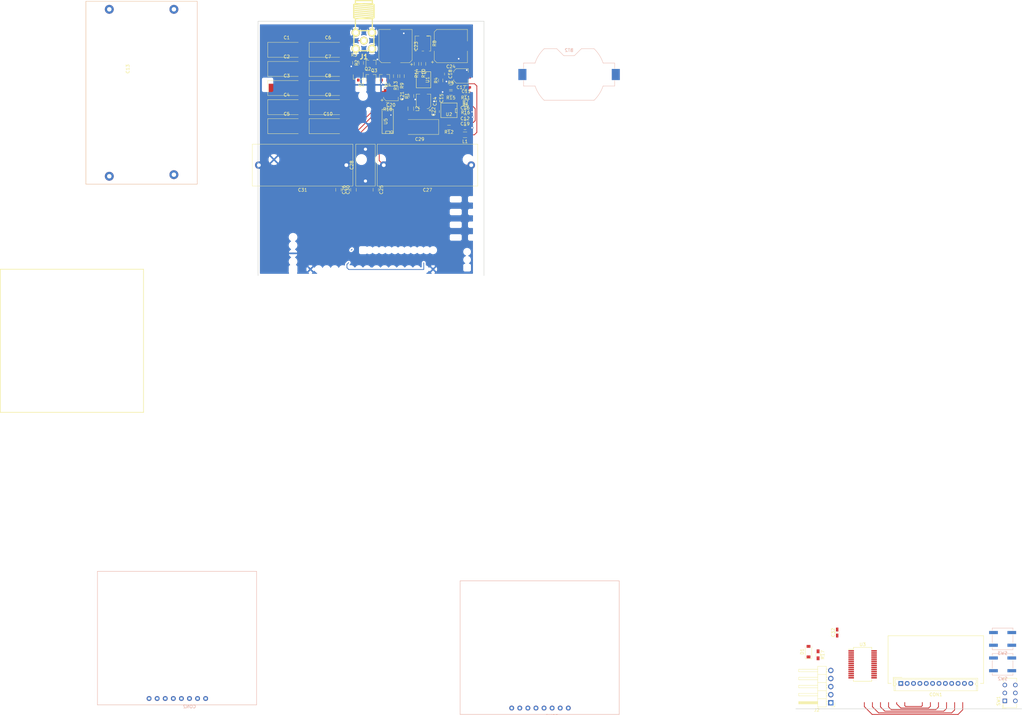
<source format=kicad_pcb>
(kicad_pcb (version 4) (host pcbnew 4.0.7)
  (layers (0 F.Cu signal) (31 B.Cu signal hide) (34 B.Paste user) (35 F.Paste user) (36 B.SilkS user) (37 F.SilkS user) (38 B.Mask user) (39 F.Mask user) (44 Edge.Cuts user))
  (net 0 "")
  (net 1 GND)
  (net 2 "Net-(BT1-Pad1)")
  (net 3 "Net-(BT2-Pad2)")
  (net 4 +3V)
  (net 5 -3V)
  (net 6 "Net-(C11-Pad1)")
  (net 7 "Net-(C11-Pad2)")
  (net 8 "Net-(C12-Pad1)")
  (net 9 "Net-(Q1-Pad2)")
  (net 10 "Net-(Q2-Pad2)")
  (net 11 "Net-(Q3-Pad2)")
  (net 12 "Net-(Q4-Pad2)")
  (net 13 "Net-(R10-Pad2)")
  (net 14 "Net-(U3-Pad7)")
  (net 15 "Net-(D1-Pad1)")
  (net 16 "Net-(J2-Pad1)")
  (net 17 +3V_Digital)
  (net 18 -3V_Digital)
  (net 19 "Net-(C1-Pad1)")
  (net 20 "Net-(C1-Pad2)")
  (net 21 "Net-(C12-Pad2)")
  (net 22 "Net-(C14-Pad1)")
  (net 23 "Net-(C15-Pad1)")
  (net 24 "Net-(C23-Pad1)")
  (net 25 "Net-(C27-Pad2)")
  (net 26 "Net-(C28-Pad2)")
  (net 27 "Net-(C29-Pad2)")
  (net 28 "Net-(C30-Pad1)")
  (net 29 "Net-(Q1-Pad1)")
  (net 30 "Net-(R12-Pad2)")
  (net 31 "Net-(R13-Pad2)")
  (net 32 "Net-(R11-Pad2)")
  (net 33 "Net-(U3-Pad9)")
  (net 34 "Net-(U3-Pad16)")
  (net 35 "Net-(U5-Pad1)")
  (net 36 "Net-(U5-Pad2)")
  (net 37 "Net-(U5-Pad4)")
  (net 38 "Net-(U5-Pad7)")
  (net 39 "Net-(U5-Pad8)")
  (net 40 "Net-(C16-Pad1)")
  (net 41 "Net-(C24-Pad1)")
  (net 42 "Net-(C30-Pad2)")
  (net 43 "Net-(C31-Pad1)")
  (net 44 "Net-(R4-Pad2)")
  (net 45 "Net-(R10-Pad1)")
  (net 46 "Net-(R18-Pad1)")
  (net 47 "Net-(R18-Pad2)")
  (net 48 +3V_LNA)
  (net 49 -3V_LNA)
  (net 50 "Net-(CON1-Pad1)")
  (net 51 "Net-(CON1-Pad2)")
  (net 52 "Net-(CON1-Pad3)")
  (net 53 "Net-(CON1-Pad4)")
  (net 54 "Net-(CON1-Pad5)")
  (net 55 "Net-(CON1-Pad6)")
  (net 56 "Net-(CON1-Pad7)")
  (net 57 "Net-(CON1-Pad8)")
  (net 58 "Net-(CON1-Pad9)")
  (net 59 "Net-(CON1-Pad10)")
  (net 60 "Net-(CON1-Pad11)")
  (net 61 "Net-(CON1-Pad12)")
  (net 62 "Net-(CON2-Pad1)")
  (net 63 "Net-(CON2-Pad2)")
  (net 64 "Net-(CON2-Pad3)")
  (net 65 "Net-(CON2-Pad4)")
  (net 66 "Net-(CON2-Pad5)")
  (net 67 "Net-(CON2-Pad7)")
  (net 68 "Net-(SW2-Pad2)")
  (net 69 "Net-(SW3-Pad2)")
  (net 70 "Net-(U3-Pad13)")
  (module Capacitors_THT:C_Rect_L31.5mm_W13.0mm_P27.50mm_MKS4 (layer F.Cu) (at 163.75 97.25 180)
    (fp_text reference C31 (at 13.75 -7.81 180) (layer F.SilkS))
    (fp_text value 10uF)
    (pad 1 thru_hole circle (at 0 0 180) (size 2.4 2.4) (drill 1.2) (layers *.Cu *.Mask) (net 43 "Net-(C31-Pad1)"))
    (pad 2 thru_hole circle (at 27.5 0 180) (size 2.4 2.4) (drill 1.2) (layers *.Cu *.Mask) (net 1 GND))
  )
  (module Capacitors_THT:C_Rect_L31.5mm_W13.0mm_P27.50mm_MKS4 (layer F.Cu) (at 203 97.25 180)
    (fp_text reference C27 (at 13.75 -7.81 180) (layer F.SilkS))
    (fp_text value 10uF)
    (pad 1 thru_hole circle (at 0 0 180) (size 2.4 2.4) (drill 1.2) (layers *.Cu *.Mask) (net 4 +3V))
    (pad 2 thru_hole circle (at 27.5 0 180) (size 2.4 2.4) (drill 1.2) (layers *.Cu *.Mask) (net 25 "Net-(C27-Pad2)"))
  )
  (module Buttons_Switches_SMD:SW_SPST_B3SL-1002P (layer B.Cu) (at 370 254.25)
    (fp_text reference SW2 (at 0 4.5) (layer B.SilkS) (effects (justify mirror)))
    (fp_text value SW_Push)
    (pad 1 smd rect (at -2.875 2) (size 2.75 1) (layers B.Cu B.Paste B.Mask) (net 17 +3V_Digital))
    (pad 1 smd rect (at 2.875 2) (size 2.75 1) (layers B.Cu B.Paste B.Mask) (net 17 +3V_Digital))
    (pad 2 smd rect (at 2.875 -2) (size 2.75 1) (layers B.Cu B.Paste B.Mask) (net 68 "Net-(SW2-Pad2)"))
    (pad 2 smd rect (at -2.875 -2) (size 2.75 1) (layers B.Cu B.Paste B.Mask) (net 68 "Net-(SW2-Pad2)"))
  )
  (module Capacitors_THT:C_Rect_L13.0mm_W6.0mm_P10.00mm_FKS3_FKP3_MKS4 (layer F.Cu) (at 169.75 102.25 90)
    (fp_text reference C28 (at 5 -4.31 90) (layer F.SilkS))
    (fp_text value 0.1uF)
    (pad 1 thru_hole circle (at 0 0 90) (size 2 2) (drill 1) (layers *.Cu *.Mask) (net 4 +3V))
    (pad 2 thru_hole circle (at 10 0 90) (size 2 2) (drill 1) (layers *.Cu *.Mask) (net 26 "Net-(C28-Pad2)"))
  )
  (module SMD_Packages:SSOP-20 (layer F.Cu) (at 176.75 83.5 90)
    (fp_text reference U5 (at 0 -0.635 90) (layer F.SilkS))
    (fp_text value AD8436)
    (pad 1 smd rect (at -2.921 2.667 90) (size 0.4064 1.27) (layers F.Cu F.Paste F.Mask) (net 35 "Net-(U5-Pad1)"))
    (pad 2 smd rect (at -2.286 2.667 90) (size 0.4064 1.27) (layers F.Cu F.Paste F.Mask) (net 36 "Net-(U5-Pad2)"))
    (pad 3 smd rect (at -1.6256 2.667 90) (size 0.4064 1.27) (layers F.Cu F.Paste F.Mask) (net 27 "Net-(C29-Pad2)"))
    (pad 4 smd rect (at -0.9652 2.667 90) (size 0.4064 1.27) (layers F.Cu F.Paste F.Mask) (net 37 "Net-(U5-Pad4)"))
    (pad 5 smd rect (at -0.3302 2.667 90) (size 0.4064 1.27) (layers F.Cu F.Paste F.Mask) (net 37 "Net-(U5-Pad4)"))
    (pad 6 smd rect (at 0.3302 2.667 90) (size 0.4064 1.27) (layers F.Cu F.Paste F.Mask) (net 46 "Net-(R18-Pad1)"))
    (pad 7 smd rect (at 0.9906 2.667 90) (size 0.4064 1.27) (layers F.Cu F.Paste F.Mask) (net 38 "Net-(U5-Pad7)"))
    (pad 8 smd rect (at 1.6256 2.667 90) (size 0.4064 1.27) (layers F.Cu F.Paste F.Mask) (net 39 "Net-(U5-Pad8)"))
    (pad 9 smd rect (at 2.286 2.667 90) (size 0.4064 1.27) (layers F.Cu F.Paste F.Mask) (net 1 GND))
    (pad 10 smd rect (at 2.921 2.667 90) (size 0.4064 1.27) (layers F.Cu F.Paste F.Mask) (net 43 "Net-(C31-Pad1)"))
    (pad 11 smd rect (at 2.921 -2.667 90) (size 0.4064 1.27) (layers F.Cu F.Paste F.Mask) (net 5 -3V))
    (pad 12 smd rect (at 2.286 -2.667 90) (size 0.4064 1.27) (layers F.Cu F.Paste F.Mask) (net 47 "Net-(R18-Pad2)"))
    (pad 13 smd rect (at 1.6256 -2.667 90) (size 0.4064 1.27) (layers F.Cu F.Paste F.Mask) (net 43 "Net-(C31-Pad1)"))
    (pad 14 smd rect (at 0.9906 -2.667 90) (size 0.4064 1.27) (layers F.Cu F.Paste F.Mask) (net 42 "Net-(C30-Pad2)"))
    (pad 15 smd rect (at 0.3302 -2.667 90) (size 0.4064 1.27) (layers F.Cu F.Paste F.Mask) (net 42 "Net-(C30-Pad2)"))
    (pad 16 smd rect (at -0.3302 -2.667 90) (size 0.4064 1.27) (layers F.Cu F.Paste F.Mask) (net 4 +3V))
    (pad 17 smd rect (at -0.9652 -2.667 90) (size 0.4064 1.27) (layers F.Cu F.Paste F.Mask) (net 4 +3V))
    (pad 18 smd rect (at -1.6256 -2.667 90) (size 0.4064 1.27) (layers F.Cu F.Paste F.Mask) (net 4 +3V))
    (pad 19 smd rect (at -2.286 -2.667 90) (size 0.4064 1.27) (layers F.Cu F.Paste F.Mask) (net 26 "Net-(C28-Pad2)"))
    (pad 20 smd rect (at -2.921 -2.667 90) (size 0.4064 1.27) (layers F.Cu F.Paste F.Mask) (net 25 "Net-(C27-Pad2)"))
  )
  (module Capacitors_Tantalum_SMD:CP_Tantalum_Case-X_EIA-7343-43_Hand (layer F.Cu) (at 158 61)
    (fp_text reference C6 (at 0 -3.85) (layer F.SilkS))
    (fp_text value 100uF)
    (pad 1 smd rect (at -3.775 0) (size 3.75 2.7) (layers F.Cu F.Paste F.Mask) (net 19 "Net-(C1-Pad1)"))
    (pad 2 smd rect (at 3.775 0) (size 3.75 2.7) (layers F.Cu F.Paste F.Mask) (net 20 "Net-(C1-Pad2)"))
  )
  (module Capacitors_SMD:CP_Elec_4x4.5 (layer F.Cu) (at 199.8 69.2)
    (fp_text reference C17 (at 0 3.58 180) (layer F.SilkS))
    (fp_text value 10uF)
    (fp_text user + (at -2.78 1.99 180) (layer F.SilkS))
    (pad 1 smd rect (at -1.8 0 180) (size 2.6 1.6) (layers F.Cu F.Paste F.Mask) (net 48 +3V_LNA))
    (pad 2 smd rect (at 1.8 0 180) (size 2.6 1.6) (layers F.Cu F.Paste F.Mask) (net 1 GND))
  )
  (module Resistors_SMD:R_0603_HandSoldering (layer F.Cu) (at 201.2 78.8)
    (fp_text reference R7 (at 0 -1.45) (layer F.SilkS))
    (fp_text value 15K)
    (pad 1 smd rect (at -1.1 0) (size 1.2 0.9) (layers F.Cu F.Paste F.Mask) (net 40 "Net-(C16-Pad1)"))
    (pad 2 smd rect (at 1.1 0) (size 1.2 0.9) (layers F.Cu F.Paste F.Mask) (net 21 "Net-(C12-Pad2)"))
  )
  (module Battery_Holders:Keystone_1058_1x2032-CoinCell (layer B.Cu) (at -76.25 78)
    (fp_text reference BT1 (at 0 -7.62) (layer B.SilkS) (effects (justify mirror)))
    (fp_text value Battery_Cell)
    (pad 1 smd rect (at -14.68 0) (size 2.54 3.51) (layers B.Cu B.Paste B.Mask) (net 2 "Net-(BT1-Pad1)"))
    (pad 2 smd rect (at 14.68 0) (size 2.54 3.51) (layers B.Cu B.Paste B.Mask) (net 1 GND))
  )
  (module Battery_Holders:Keystone_1058_1x2032-CoinCell (layer B.Cu) (at 233.75 68.75)
    (fp_text reference BT2 (at 0 -7.62) (layer B.SilkS) (effects (justify mirror)))
    (fp_text value Battery_Cell)
    (pad 1 smd rect (at -14.68 0) (size 2.54 3.51) (layers B.Cu B.Paste B.Mask) (net 1 GND))
    (pad 2 smd rect (at 14.68 0) (size 2.54 3.51) (layers B.Cu B.Paste B.Mask) (net 3 "Net-(BT2-Pad2)"))
  )
  (module Capacitors_SMD:C_0603_HandSoldering (layer F.Cu) (at 195.2 68.6 270)
    (fp_text reference C18 (at 0 -1.25 270) (layer F.SilkS))
    (fp_text value 100nF)
    (pad 1 smd rect (at -0.95 0 270) (size 1.2 0.75) (layers F.Cu F.Paste F.Mask) (net 48 +3V_LNA))
    (pad 2 smd rect (at 0.95 0 270) (size 1.2 0.75) (layers F.Cu F.Paste F.Mask) (net 1 GND))
  )
  (module Capacitors_SMD:C_0603_HandSoldering (layer F.Cu) (at 182.5 75.5 90)
    (fp_text reference C21 (at 0 -1.25 90) (layer F.SilkS))
    (fp_text value 100nF)
    (pad 1 smd rect (at -0.95 0 90) (size 1.2 0.75) (layers F.Cu F.Paste F.Mask) (net 1 GND))
    (pad 2 smd rect (at 0.95 0 90) (size 1.2 0.75) (layers F.Cu F.Paste F.Mask) (net 49 -3V_LNA))
  )
  (module Capacitors_SMD:C_0603_HandSoldering (layer F.Cu) (at 201.05 85.5)
    (fp_text reference C19 (at 0 -1.25) (layer F.SilkS))
    (fp_text value 100nF)
    (pad 1 smd rect (at -0.95 0) (size 1.2 0.75) (layers F.Cu F.Paste F.Mask) (net 4 +3V))
    (pad 2 smd rect (at 0.95 0) (size 1.2 0.75) (layers F.Cu F.Paste F.Mask) (net 1 GND))
  )
  (module Capacitors_SMD:C_0603_HandSoldering (layer F.Cu) (at 192.4 80.4 90)
    (fp_text reference C22 (at 0 -1.25 90) (layer F.SilkS))
    (fp_text value 100nF)
    (pad 1 smd rect (at -0.95 0 90) (size 1.2 0.75) (layers F.Cu F.Paste F.Mask) (net 1 GND))
    (pad 2 smd rect (at 0.95 0 90) (size 1.2 0.75) (layers F.Cu F.Paste F.Mask) (net 5 -3V))
  )
  (module Capacitors_SMD:CP_Elec_10x10.5 (layer F.Cu) (at 179.2 59.8 90)
    (fp_text reference C23 (at 0 6.46 90) (layer F.SilkS))
    (fp_text value 1000uF)
    (fp_text user + (at -5.78 4.97 90) (layer F.SilkS))
    (pad 1 smd rect (at -4 0 270) (size 4 2.5) (layers F.Cu F.Paste F.Mask) (net 24 "Net-(C23-Pad1)"))
    (pad 2 smd rect (at 4 0 270) (size 4 2.5) (layers F.Cu F.Paste F.Mask) (net 1 GND))
  )
  (module Capacitors_SMD:C_0603_HandSoldering (layer F.Cu) (at 192.4 76.2 270)
    (fp_text reference C15 (at 0 -1.25 270) (layer F.SilkS))
    (fp_text value 1.5nF)
    (pad 1 smd rect (at -0.95 0 270) (size 1.2 0.75) (layers F.Cu F.Paste F.Mask) (net 23 "Net-(C15-Pad1)"))
    (pad 2 smd rect (at 0.95 0 270) (size 1.2 0.75) (layers F.Cu F.Paste F.Mask) (net 1 GND))
  )
  (module Capacitors_SMD:C_0603_HandSoldering (layer F.Cu) (at 201.4 72.8 180)
    (fp_text reference C11 (at 0 -1.25 180) (layer F.SilkS))
    (fp_text value 1.5nF)
    (pad 1 smd rect (at -0.95 0 180) (size 1.2 0.75) (layers F.Cu F.Paste F.Mask) (net 6 "Net-(C11-Pad1)"))
    (pad 2 smd rect (at 0.95 0 180) (size 1.2 0.75) (layers F.Cu F.Paste F.Mask) (net 7 "Net-(C11-Pad2)"))
  )
  (module Capacitors_SMD:C_0603_HandSoldering (layer F.Cu) (at 201.05 80.5)
    (fp_text reference C16 (at 0 -1.25) (layer F.SilkS))
    (fp_text value 150pF)
    (pad 1 smd rect (at -0.95 0) (size 1.2 0.75) (layers F.Cu F.Paste F.Mask) (net 40 "Net-(C16-Pad1)"))
    (pad 2 smd rect (at 0.95 0) (size 1.2 0.75) (layers F.Cu F.Paste F.Mask) (net 1 GND))
  )
  (module Capacitors_SMD:C_0603_HandSoldering (layer F.Cu) (at 201.05 83.85)
    (fp_text reference C12 (at 0 -1.25) (layer F.SilkS))
    (fp_text value 1.5nF)
    (pad 1 smd rect (at -0.95 0) (size 1.2 0.75) (layers F.Cu F.Paste F.Mask) (net 8 "Net-(C12-Pad1)"))
    (pad 2 smd rect (at 0.95 0) (size 1.2 0.75) (layers F.Cu F.Paste F.Mask) (net 21 "Net-(C12-Pad2)"))
  )
  (module Capacitors_SMD:C_0603_HandSoldering (layer F.Cu) (at 318 244.25 90)
    (fp_text reference C32 (at 0 -1.25 90) (layer F.SilkS))
    (fp_text value 100nF)
    (pad 1 smd rect (at -0.95 0 90) (size 1.2 0.75) (layers F.Cu F.Paste F.Mask) (net 17 +3V_Digital))
    (pad 2 smd rect (at 0.95 0 90) (size 1.2 0.75) (layers F.Cu F.Paste F.Mask) (net 1 GND))
  )
  (module TO_SOT_Packages_SMD:SOT-23 (layer F.Cu) (at 167.5 69.5 270)
    (fp_text reference Q1 (at 2.5 -1 360) (layer F.SilkS))
    (fp_text value MMBT2222A)
    (pad 1 smd rect (at -1 -0.95 270) (size 0.9 0.8) (layers F.Cu F.Paste F.Mask) (net 29 "Net-(Q1-Pad1)"))
    (pad 2 smd rect (at -1 0.95 270) (size 0.9 0.8) (layers F.Cu F.Paste F.Mask) (net 9 "Net-(Q1-Pad2)"))
    (pad 3 smd rect (at 1 0 270) (size 0.9 0.8) (layers F.Cu F.Paste F.Mask) (net 4 +3V))
  )
  (module TO_SOT_Packages_SMD:SOT-23 (layer F.Cu) (at 171.5 69.5 90)
    (fp_text reference Q2 (at 2.5 -1 180) (layer F.SilkS))
    (fp_text value MMBT2222A)
    (pad 1 smd rect (at -1 -0.95 90) (size 0.9 0.8) (layers F.Cu F.Paste F.Mask) (net 5 -3V))
    (pad 2 smd rect (at -1 0.95 90) (size 0.9 0.8) (layers F.Cu F.Paste F.Mask) (net 10 "Net-(Q2-Pad2)"))
    (pad 3 smd rect (at 1 0 90) (size 0.9 0.8) (layers F.Cu F.Paste F.Mask) (net 29 "Net-(Q1-Pad1)"))
  )
  (module TO_SOT_Packages_SMD:SOT-23 (layer F.Cu) (at 171.5 65 90)
    (fp_text reference Q3 (at -2.5 1 360) (layer F.SilkS))
    (fp_text value MMBT2222A)
    (pad 1 smd rect (at -1 -0.95 90) (size 0.9 0.8) (layers F.Cu F.Paste F.Mask) (net 29 "Net-(Q1-Pad1)"))
    (pad 2 smd rect (at -1 0.95 90) (size 0.9 0.8) (layers F.Cu F.Paste F.Mask) (net 11 "Net-(Q3-Pad2)"))
    (pad 3 smd rect (at 1 0 90) (size 0.9 0.8) (layers F.Cu F.Paste F.Mask) (net 1 GND))
  )
  (module TO_SOT_Packages_SMD:SOT-23 (layer F.Cu) (at 175.75 69.5 90)
    (fp_text reference Q4 (at -2.5 1 180) (layer F.SilkS))
    (fp_text value MMBT2222A)
    (pad 1 smd rect (at -1 -0.95 90) (size 0.9 0.8) (layers F.Cu F.Paste F.Mask) (net 1 GND))
    (pad 2 smd rect (at -1 0.95 90) (size 0.9 0.8) (layers F.Cu F.Paste F.Mask) (net 12 "Net-(Q4-Pad2)"))
    (pad 3 smd rect (at 1 0 90) (size 0.9 0.8) (layers F.Cu F.Paste F.Mask) (net 29 "Net-(Q1-Pad1)"))
  )
  (module Resistors_SMD:R_0603_HandSoldering (layer F.Cu) (at 166.4 65.1 270)
    (fp_text reference R3 (at -2.5 0.25 360) (layer F.SilkS))
    (fp_text value 510)
    (pad 1 smd rect (at -1.1 0 270) (size 1.2 0.9) (layers F.Cu F.Paste F.Mask) (net 20 "Net-(C1-Pad2)"))
    (pad 2 smd rect (at 1.1 0 270) (size 1.2 0.9) (layers F.Cu F.Paste F.Mask) (net 1 GND))
  )
  (module Resistors_SMD:R_0603_HandSoldering (layer F.Cu) (at 179.25 69.25 270)
    (fp_text reference R13 (at 3 0 270) (layer F.SilkS))
    (fp_text value 24)
    (pad 1 smd rect (at -1.1 0 270) (size 1.2 0.9) (layers F.Cu F.Paste F.Mask) (net 24 "Net-(C23-Pad1)"))
    (pad 2 smd rect (at 1.1 0 270) (size 1.2 0.9) (layers F.Cu F.Paste F.Mask) (net 31 "Net-(R13-Pad2)"))
  )
  (module Resistors_SMD:R_0603_HandSoldering (layer F.Cu) (at 181.25 69.25 270)
    (fp_text reference R9 (at 3 0 270) (layer F.SilkS))
    (fp_text value 750)
    (pad 1 smd rect (at -1.1 0 270) (size 1.2 0.9) (layers F.Cu F.Paste F.Mask) (net 22 "Net-(C14-Pad1)"))
    (pad 2 smd rect (at 1.1 0 270) (size 1.2 0.9) (layers F.Cu F.Paste F.Mask) (net 31 "Net-(R13-Pad2)"))
  )
  (module Resistors_SMD:R_0603_HandSoldering (layer F.Cu) (at 185.8 65.4 270)
    (fp_text reference R14 (at 3 0 270) (layer F.SilkS))
    (fp_text value 24)
    (pad 1 smd rect (at -1.1 0 270) (size 1.2 0.9) (layers F.Cu F.Paste F.Mask) (net 41 "Net-(C24-Pad1)"))
    (pad 2 smd rect (at 1.1 0 270) (size 1.2 0.9) (layers F.Cu F.Paste F.Mask) (net 13 "Net-(R10-Pad2)"))
  )
  (module Resistors_SMD:R_0603_HandSoldering (layer F.Cu) (at 188 65.4 270)
    (fp_text reference R10 (at 3 0 270) (layer F.SilkS))
    (fp_text value 680)
    (pad 1 smd rect (at -1.1 0 270) (size 1.2 0.9) (layers F.Cu F.Paste F.Mask) (net 45 "Net-(R10-Pad1)"))
    (pad 2 smd rect (at 1.1 0 270) (size 1.2 0.9) (layers F.Cu F.Paste F.Mask) (net 13 "Net-(R10-Pad2)"))
  )
  (module Resistors_SMD:R_0603_HandSoldering (layer F.Cu) (at 193.4 70.6 90)
    (fp_text reference R4 (at 0 -1.45 90) (layer F.SilkS))
    (fp_text value 360)
    (pad 1 smd rect (at -1.1 0 90) (size 1.2 0.9) (layers F.Cu F.Paste F.Mask) (net 7 "Net-(C11-Pad2)"))
    (pad 2 smd rect (at 1.1 0 90) (size 1.2 0.9) (layers F.Cu F.Paste F.Mask) (net 44 "Net-(R4-Pad2)"))
  )
  (module Resistors_SMD:R_0603_HandSoldering (layer F.Cu) (at 196.6 72.8)
    (fp_text reference R5 (at 0 -1.45) (layer F.SilkS))
    (fp_text value 2.7K)
    (pad 1 smd rect (at -1.1 0) (size 1.2 0.9) (layers F.Cu F.Paste F.Mask) (net 23 "Net-(C15-Pad1)"))
    (pad 2 smd rect (at 1.1 0) (size 1.2 0.9) (layers F.Cu F.Paste F.Mask) (net 7 "Net-(C11-Pad2)"))
  )
  (module Resistors_SMD:R_0603_HandSoldering (layer F.Cu) (at 196.6 74.6 180)
    (fp_text reference R15 (at 0 -1.45 180) (layer F.SilkS))
    (fp_text value 200)
    (pad 1 smd rect (at -1.1 0 180) (size 1.2 0.9) (layers F.Cu F.Paste F.Mask) (net 32 "Net-(R11-Pad2)"))
    (pad 2 smd rect (at 1.1 0 180) (size 1.2 0.9) (layers F.Cu F.Paste F.Mask) (net 1 GND))
  )
  (module Resistors_SMD:R_0603_HandSoldering (layer F.Cu) (at 201.2 74.6 180)
    (fp_text reference R11 (at 0 -1.45 180) (layer F.SilkS))
    (fp_text value 820)
    (pad 1 smd rect (at -1.1 0 180) (size 1.2 0.9) (layers F.Cu F.Paste F.Mask) (net 6 "Net-(C11-Pad1)"))
    (pad 2 smd rect (at 1.1 0 180) (size 1.2 0.9) (layers F.Cu F.Paste F.Mask) (net 32 "Net-(R11-Pad2)"))
  )
  (module Resistors_SMD:R_0603_HandSoldering (layer F.Cu) (at 201.2 77 180)
    (fp_text reference R6 (at 0 -1.45 180) (layer F.SilkS))
    (fp_text value 680)
    (pad 1 smd rect (at -1.1 0 180) (size 1.2 0.9) (layers F.Cu F.Paste F.Mask) (net 21 "Net-(C12-Pad2)"))
    (pad 2 smd rect (at 1.1 0 180) (size 1.2 0.9) (layers F.Cu F.Paste F.Mask) (net 6 "Net-(C11-Pad1)"))
  )
  (module Resistors_SMD:R_0603_HandSoldering (layer F.Cu) (at 201.2 82.15)
    (fp_text reference R16 (at 0 -1.45) (layer F.SilkS))
    (fp_text value 510)
    (pad 1 smd rect (at -1.1 0) (size 1.2 0.9) (layers F.Cu F.Paste F.Mask) (net 30 "Net-(R12-Pad2)"))
    (pad 2 smd rect (at 1.1 0) (size 1.2 0.9) (layers F.Cu F.Paste F.Mask) (net 1 GND))
  )
  (module Resistors_SMD:R_0603_HandSoldering (layer F.Cu) (at 196 85.4 180)
    (fp_text reference R12 (at 0 -1.45 180) (layer F.SilkS))
    (fp_text value 510)
    (pad 1 smd rect (at -1.1 0 180) (size 1.2 0.9) (layers F.Cu F.Paste F.Mask) (net 8 "Net-(C12-Pad1)"))
    (pad 2 smd rect (at 1.1 0 180) (size 1.2 0.9) (layers F.Cu F.Paste F.Mask) (net 30 "Net-(R12-Pad2)"))
  )
  (module Resistors_SMD:R_0603_HandSoldering (layer F.Cu) (at 176.75 78.25 180)
    (fp_text reference R18 (at 0 -1.45 180) (layer F.SilkS))
    (fp_text value 10M)
    (pad 1 smd rect (at -1.1 0 180) (size 1.2 0.9) (layers F.Cu F.Paste F.Mask) (net 46 "Net-(R18-Pad1)"))
    (pad 2 smd rect (at 1.1 0 180) (size 1.2 0.9) (layers F.Cu F.Paste F.Mask) (net 47 "Net-(R18-Pad2)"))
  )
  (module Housings_SSOP:SSOP-28_5.3x10.2mm_Pitch0.65mm (layer F.Cu) (at 326 254.25)
    (fp_text reference U3 (at 0 -6.25) (layer F.SilkS))
    (fp_text value PIC16F19156)
    (pad 1 smd rect (at -3.6 -4.225) (size 1.75 0.45) (layers F.Cu F.Paste F.Mask) (net 16 "Net-(J2-Pad1)"))
    (pad 2 smd rect (at -3.6 -3.575) (size 1.75 0.45) (layers F.Cu F.Paste F.Mask) (net 59 "Net-(CON1-Pad10)"))
    (pad 3 smd rect (at -3.6 -2.925) (size 1.75 0.45) (layers F.Cu F.Paste F.Mask) (net 60 "Net-(CON1-Pad11)"))
    (pad 4 smd rect (at -3.6 -2.275) (size 1.75 0.45) (layers F.Cu F.Paste F.Mask) (net 61 "Net-(CON1-Pad12)"))
    (pad 5 smd rect (at -3.6 -1.625) (size 1.75 0.45) (layers F.Cu F.Paste F.Mask) (net 69 "Net-(SW3-Pad2)"))
    (pad 6 smd rect (at -3.6 -0.975) (size 1.75 0.45) (layers F.Cu F.Paste F.Mask) (net 68 "Net-(SW2-Pad2)"))
    (pad 7 smd rect (at -3.6 -0.325) (size 1.75 0.45) (layers F.Cu F.Paste F.Mask) (net 14 "Net-(U3-Pad7)"))
    (pad 8 smd rect (at -3.6 0.325) (size 1.75 0.45) (layers F.Cu F.Paste F.Mask) (net 1 GND))
    (pad 9 smd rect (at -3.6 0.975) (size 1.75 0.45) (layers F.Cu F.Paste F.Mask) (net 33 "Net-(U3-Pad9)"))
    (pad 10 smd rect (at -3.6 1.625) (size 1.75 0.45) (layers F.Cu F.Paste F.Mask) (net 28 "Net-(C30-Pad1)"))
    (pad 11 smd rect (at -3.6 2.275) (size 1.75 0.45) (layers F.Cu F.Paste F.Mask) (net 62 "Net-(CON2-Pad1)"))
    (pad 12 smd rect (at -3.6 2.925) (size 1.75 0.45) (layers F.Cu F.Paste F.Mask) (net 63 "Net-(CON2-Pad2)"))
    (pad 13 smd rect (at -3.6 3.575) (size 1.75 0.45) (layers F.Cu F.Paste F.Mask) (net 70 "Net-(U3-Pad13)"))
    (pad 14 smd rect (at -3.6 4.225) (size 1.75 0.45) (layers F.Cu F.Paste F.Mask) (net 66 "Net-(CON2-Pad5)"))
    (pad 15 smd rect (at 3.6 4.225) (size 1.75 0.45) (layers F.Cu F.Paste F.Mask) (net 65 "Net-(CON2-Pad4)"))
    (pad 16 smd rect (at 3.6 3.575) (size 1.75 0.45) (layers F.Cu F.Paste F.Mask) (net 34 "Net-(U3-Pad16)"))
    (pad 17 smd rect (at 3.6 2.925) (size 1.75 0.45) (layers F.Cu F.Paste F.Mask) (net 58 "Net-(CON1-Pad9)"))
    (pad 18 smd rect (at 3.6 2.275) (size 1.75 0.45) (layers F.Cu F.Paste F.Mask) (net 57 "Net-(CON1-Pad8)"))
    (pad 19 smd rect (at 3.6 1.625) (size 1.75 0.45) (layers F.Cu F.Paste F.Mask) (net 1 GND))
    (pad 20 smd rect (at 3.6 0.975) (size 1.75 0.45) (layers F.Cu F.Paste F.Mask) (net 17 +3V_Digital))
    (pad 21 smd rect (at 3.6 0.325) (size 1.75 0.45) (layers F.Cu F.Paste F.Mask) (net 56 "Net-(CON1-Pad7)"))
    (pad 22 smd rect (at 3.6 -0.325) (size 1.75 0.45) (layers F.Cu F.Paste F.Mask) (net 67 "Net-(CON2-Pad7)"))
    (pad 23 smd rect (at 3.6 -0.975) (size 1.75 0.45) (layers F.Cu F.Paste F.Mask) (net 53 "Net-(CON1-Pad4)"))
    (pad 24 smd rect (at 3.6 -1.625) (size 1.75 0.45) (layers F.Cu F.Paste F.Mask) (net 52 "Net-(CON1-Pad3)"))
    (pad 25 smd rect (at 3.6 -2.275) (size 1.75 0.45) (layers F.Cu F.Paste F.Mask) (net 51 "Net-(CON1-Pad2)"))
    (pad 26 smd rect (at 3.6 -2.925) (size 1.75 0.45) (layers F.Cu F.Paste F.Mask) (net 50 "Net-(CON1-Pad1)"))
    (pad 27 smd rect (at 3.6 -3.575) (size 1.75 0.45) (layers F.Cu F.Paste F.Mask) (net 54 "Net-(CON1-Pad5)"))
    (pad 28 smd rect (at 3.6 -4.225) (size 1.75 0.45) (layers F.Cu F.Paste F.Mask) (net 55 "Net-(CON1-Pad6)"))
  )
  (module Diodes_SMD:D_SOD-123 (layer F.Cu) (at 309 250.25 90)
    (fp_text reference D1 (at 0 -2 90) (layer F.SilkS))
    (fp_text value 1N4148)
    (pad 1 smd rect (at -1.65 0 90) (size 0.9 1.2) (layers F.Cu F.Paste F.Mask) (net 15 "Net-(D1-Pad1)"))
    (pad 2 smd rect (at 1.65 0 90) (size 0.9 1.2) (layers F.Cu F.Paste F.Mask) (net 17 +3V_Digital))
  )
  (module Pin_Headers:Pin_Header_Angled_1x05_Pitch2.54mm (layer F.Cu) (at 316 266.33 180)
    (fp_text reference J2 (at 4.385 -2.27 180) (layer F.SilkS))
    (fp_text value Conn_01x05_Male)
    (pad 1 thru_hole rect (at 0 0 180) (size 1.7 1.7) (drill 1) (layers *.Cu *.Mask) (net 16 "Net-(J2-Pad1)"))
    (pad 2 thru_hole oval (at 0 2.54 180) (size 1.7 1.7) (drill 1) (layers *.Cu *.Mask) (net 17 +3V_Digital))
    (pad 3 thru_hole oval (at 0 5.08 180) (size 1.7 1.7) (drill 1) (layers *.Cu *.Mask) (net 1 GND))
    (pad 4 thru_hole oval (at 0 7.62 180) (size 1.7 1.7) (drill 1) (layers *.Cu *.Mask) (net 55 "Net-(CON1-Pad6)"))
    (pad 5 thru_hole oval (at 0 10.16 180) (size 1.7 1.7) (drill 1) (layers *.Cu *.Mask) (net 54 "Net-(CON1-Pad5)"))
  )
  (module Resistors_SMD:R_0603_HandSoldering (layer F.Cu) (at 312 251.25 270)
    (fp_text reference R17 (at 0 -1.45 270) (layer F.SilkS))
    (fp_text value 15K)
    (pad 1 smd rect (at -1.1 0 270) (size 1.2 0.9) (layers F.Cu F.Paste F.Mask) (net 15 "Net-(D1-Pad1)"))
    (pad 2 smd rect (at 1.1 0 270) (size 1.2 0.9) (layers F.Cu F.Paste F.Mask) (net 16 "Net-(J2-Pad1)"))
  )
  (module Capacitors_SMD:CP_Elec_10x10.5 (layer F.Cu) (at 196.6 59.8)
    (fp_text reference C24 (at 0 6.46) (layer F.SilkS))
    (fp_text value 1000uF)
    (fp_text user + (at -5.78 4.97) (layer F.SilkS))
    (pad 1 smd rect (at -4 0 180) (size 4 2.5) (layers F.Cu F.Paste F.Mask) (net 41 "Net-(C24-Pad1)"))
    (pad 2 smd rect (at 4 0 180) (size 4 2.5) (layers F.Cu F.Paste F.Mask) (net 1 GND))
  )
  (module Capacitors_SMD:CP_Elec_4x4.5 (layer F.Cu) (at 177.75 74.75)
    (fp_text reference C20 (at 0 3.58 180) (layer F.SilkS))
    (fp_text value 10uF)
    (fp_text user + (at -2.78 1.99 180) (layer F.SilkS))
    (pad 1 smd rect (at -1.8 0 180) (size 2.6 1.6) (layers F.Cu F.Paste F.Mask) (net 1 GND))
    (pad 2 smd rect (at 1.8 0 180) (size 2.6 1.6) (layers F.Cu F.Paste F.Mask) (net 49 -3V_LNA))
  )
  (module Potentiometers:Potentiometer_Trimmer_Bourns_3214J (layer F.Cu) (at 187.8 59 270)
    (fp_text reference R8 (at 0 -3.65 270) (layer F.SilkS))
    (fp_text value 100)
    (pad 1 smd rect (at 2 -1.15 270) (size 2 1.3) (layers F.Cu F.Mask) (net 44 "Net-(R4-Pad2)"))
    (pad 2 smd rect (at -2 0 270) (size 2 2) (layers F.Cu F.Mask) (net 45 "Net-(R10-Pad1)"))
    (pad 3 smd rect (at 2 1.15 270) (size 2 1.3) (layers F.Cu F.Mask) (net 45 "Net-(R10-Pad1)"))
  )
  (module "Noise Meter Kicad Footprint Library:Feedthrough_C_0805_HandSoldering" (layer F.Cu) (at 173 105 270)
    (fp_text reference C25 (at 0 -1.75 270) (layer F.SilkS))
    (fp_text value "22uF 20% 6.3V")
    (pad 1 smd rect (at -1.2 0 270) (size 1 1.3) (layers F.Cu F.Paste F.Mask) (net 4 +3V))
    (pad 2 smd rect (at 1.2 0 270) (size 1 1.3) (layers F.Cu F.Paste F.Mask) (net 17 +3V_Digital))
    (pad 3 smd rect (at 0 0 270) (size 0.5 2.9) (layers F.Cu F.Paste F.Mask) (net 1 GND))
  )
  (module "Noise Meter Kicad Footprint Library:Feedthrough_C_0805_HandSoldering" (layer F.Cu) (at 161.25 105 270)
    (fp_text reference C26 (at 0 -1.75 270) (layer F.SilkS))
    (fp_text value "22uF 20% 6.3V")
    (pad 1 smd rect (at -1.2 0 270) (size 1 1.3) (layers F.Cu F.Paste F.Mask) (net 5 -3V))
    (pad 2 smd rect (at 1.2 0 270) (size 1 1.3) (layers F.Cu F.Paste F.Mask) (net 18 -3V_Digital))
    (pad 3 smd rect (at 0 0 270) (size 0.5 2.9) (layers F.Cu F.Paste F.Mask) (net 1 GND))
  )
  (module "Noise Meter Kicad Footprint Library:Feedthrough_C_0805_HandSoldering" (layer F.Cu) (at 166 105 90)
    (fp_text reference C30 (at 0 -1.75 90) (layer F.SilkS))
    (fp_text value "0.1uF 20% 6.3V")
    (pad 1 smd rect (at -1.2 0 90) (size 1 1.3) (layers F.Cu F.Paste F.Mask) (net 28 "Net-(C30-Pad1)"))
    (pad 2 smd rect (at 1.2 0 90) (size 1 1.3) (layers F.Cu F.Paste F.Mask) (net 42 "Net-(C30-Pad2)"))
    (pad 3 smd rect (at 0 0 90) (size 0.5 2.9) (layers F.Cu F.Paste F.Mask) (net 1 GND))
  )
  (module Capacitors_Tantalum_SMD:CP_Tantalum_Case-X_EIA-7343-43_Hand (layer F.Cu) (at 145 61)
    (fp_text reference C1 (at 0 -3.85) (layer F.SilkS))
    (fp_text value 100uF)
    (pad 1 smd rect (at -3.775 0) (size 3.75 2.7) (layers F.Cu F.Paste F.Mask) (net 19 "Net-(C1-Pad1)"))
    (pad 2 smd rect (at 3.775 0) (size 3.75 2.7) (layers F.Cu F.Paste F.Mask) (net 20 "Net-(C1-Pad2)"))
  )
  (module Capacitors_Tantalum_SMD:CP_Tantalum_Case-X_EIA-7343-43_Hand (layer F.Cu) (at 145 67)
    (fp_text reference C2 (at 0 -3.85) (layer F.SilkS))
    (fp_text value 100uF)
    (pad 1 smd rect (at -3.775 0) (size 3.75 2.7) (layers F.Cu F.Paste F.Mask) (net 19 "Net-(C1-Pad1)"))
    (pad 2 smd rect (at 3.775 0) (size 3.75 2.7) (layers F.Cu F.Paste F.Mask) (net 20 "Net-(C1-Pad2)"))
  )
  (module Capacitors_Tantalum_SMD:CP_Tantalum_Case-X_EIA-7343-43_Hand (layer F.Cu) (at 145 73)
    (fp_text reference C3 (at 0 -3.85) (layer F.SilkS))
    (fp_text value 100uF)
    (pad 1 smd rect (at -3.775 0) (size 3.75 2.7) (layers F.Cu F.Paste F.Mask) (net 19 "Net-(C1-Pad1)"))
    (pad 2 smd rect (at 3.775 0) (size 3.75 2.7) (layers F.Cu F.Paste F.Mask) (net 20 "Net-(C1-Pad2)"))
  )
  (module Capacitors_Tantalum_SMD:CP_Tantalum_Case-X_EIA-7343-43_Hand (layer F.Cu) (at 145 79)
    (fp_text reference C4 (at 0 -3.85) (layer F.SilkS))
    (fp_text value 100uF)
    (pad 1 smd rect (at -3.775 0) (size 3.75 2.7) (layers F.Cu F.Paste F.Mask) (net 19 "Net-(C1-Pad1)"))
    (pad 2 smd rect (at 3.775 0) (size 3.75 2.7) (layers F.Cu F.Paste F.Mask) (net 20 "Net-(C1-Pad2)"))
  )
  (module Capacitors_Tantalum_SMD:CP_Tantalum_Case-X_EIA-7343-43_Hand (layer F.Cu) (at 145 85)
    (fp_text reference C5 (at 0 -3.85) (layer F.SilkS))
    (fp_text value 100uF)
    (pad 1 smd rect (at -3.775 0) (size 3.75 2.7) (layers F.Cu F.Paste F.Mask) (net 19 "Net-(C1-Pad1)"))
    (pad 2 smd rect (at 3.775 0) (size 3.75 2.7) (layers F.Cu F.Paste F.Mask) (net 20 "Net-(C1-Pad2)"))
  )
  (module Capacitors_Tantalum_SMD:CP_Tantalum_Case-X_EIA-7343-43_Hand (layer F.Cu) (at 158 67)
    (fp_text reference C7 (at 0 -3.85) (layer F.SilkS))
    (fp_text value 100uF)
    (pad 1 smd rect (at -3.775 0) (size 3.75 2.7) (layers F.Cu F.Paste F.Mask) (net 19 "Net-(C1-Pad1)"))
    (pad 2 smd rect (at 3.775 0) (size 3.75 2.7) (layers F.Cu F.Paste F.Mask) (net 20 "Net-(C1-Pad2)"))
  )
  (module Capacitors_Tantalum_SMD:CP_Tantalum_Case-X_EIA-7343-43_Hand (layer F.Cu) (at 158 73)
    (fp_text reference C8 (at 0 -3.85) (layer F.SilkS))
    (fp_text value 100uF)
    (pad 1 smd rect (at -3.775 0) (size 3.75 2.7) (layers F.Cu F.Paste F.Mask) (net 19 "Net-(C1-Pad1)"))
    (pad 2 smd rect (at 3.775 0) (size 3.75 2.7) (layers F.Cu F.Paste F.Mask) (net 20 "Net-(C1-Pad2)"))
  )
  (module Capacitors_Tantalum_SMD:CP_Tantalum_Case-X_EIA-7343-43_Hand (layer F.Cu) (at 158 79)
    (fp_text reference C9 (at 0 -3.85) (layer F.SilkS))
    (fp_text value 100uF)
    (pad 1 smd rect (at -3.775 0) (size 3.75 2.7) (layers F.Cu F.Paste F.Mask) (net 19 "Net-(C1-Pad1)"))
    (pad 2 smd rect (at 3.775 0) (size 3.75 2.7) (layers F.Cu F.Paste F.Mask) (net 20 "Net-(C1-Pad2)"))
  )
  (module Capacitors_Tantalum_SMD:CP_Tantalum_Case-X_EIA-7343-43_Hand (layer F.Cu) (at 158 85)
    (fp_text reference C10 (at 0 -3.85) (layer F.SilkS))
    (fp_text value 100uF)
    (pad 1 smd rect (at -3.775 0) (size 3.75 2.7) (layers F.Cu F.Paste F.Mask) (net 19 "Net-(C1-Pad1)"))
    (pad 2 smd rect (at 3.775 0) (size 3.75 2.7) (layers F.Cu F.Paste F.Mask) (net 20 "Net-(C1-Pad2)"))
  )
  (module Capacitors_Tantalum_SMD:CP_Tantalum_Case-X_EIA-7343-43_Hand (layer F.Cu) (at 186.8 85.25 180)
    (fp_text reference C29 (at 0 -3.85 180) (layer F.SilkS))
    (fp_text value 100uF)
    (pad 1 smd rect (at -3.775 0 180) (size 3.75 2.7) (layers F.Cu F.Paste F.Mask) (net 8 "Net-(C12-Pad1)"))
    (pad 2 smd rect (at 3.775 0 180) (size 3.75 2.7) (layers F.Cu F.Paste F.Mask) (net 27 "Net-(C29-Pad2)"))
  )
  (module Resistors_SMD:R_0603_HandSoldering (layer F.Cu) (at 168.45 65.1 90)
    (fp_text reference R2 (at 0 -1.45 90) (layer F.SilkS))
    (fp_text value 82)
    (pad 1 smd rect (at -1.1 0 90) (size 1.2 0.9) (layers F.Cu F.Paste F.Mask) (net 29 "Net-(Q1-Pad1)"))
    (pad 2 smd rect (at 1.1 0 90) (size 1.2 0.9) (layers F.Cu F.Paste F.Mask) (net 20 "Net-(C1-Pad2)"))
  )
  (module Capacitors_SMD:CP_Elec_4x4.5 (layer F.Cu) (at 188 77.2 90)
    (fp_text reference C14 (at 0 3.58 270) (layer F.SilkS))
    (fp_text value 10uF)
    (fp_text user + (at -2.78 1.99 270) (layer F.SilkS))
    (pad 1 smd rect (at -1.8 0 270) (size 2.6 1.6) (layers F.Cu F.Paste F.Mask) (net 22 "Net-(C14-Pad1)"))
    (pad 2 smd rect (at 1.8 0 270) (size 2.6 1.6) (layers F.Cu F.Paste F.Mask) (net 22 "Net-(C14-Pad1)"))
  )
  (module Resistors_SMD:R_0603_HandSoldering (layer F.Cu) (at 184.25 75.5 90)
    (fp_text reference R1 (at 0 -1.45 90) (layer F.SilkS))
    (fp_text value 15K)
    (pad 1 smd rect (at -1.1 0 90) (size 1.2 0.9) (layers F.Cu F.Paste F.Mask) (net 1 GND))
    (pad 2 smd rect (at 1.1 0 90) (size 1.2 0.9) (layers F.Cu F.Paste F.Mask) (net 22 "Net-(C14-Pad1)"))
  )
  (module "Noise Meter Kicad Footprint Library:C_Rect_L57.5mm_W35mm_H56mm_P1_52.5_P2_20.3" (layer F.Cu) (at 89.25 48.25 270)
    (fp_text reference C13 (at 18.75 -5.81 270) (layer F.SilkS))
    (fp_text value 100uF)
    (pad 1 thru_hole circle (at 0 0 270) (size 2.8 2.8) (drill 1.4) (layers *.Cu *.Mask) (net 19 "Net-(C1-Pad1)"))
    (pad 2 thru_hole circle (at 52.5 0) (size 2.8 2.8) (drill 1.4) (layers *.Cu *.Mask) (net 20 "Net-(C1-Pad2)"))
    (pad 1 thru_hole circle (at 0 -20.3) (size 2.8 2.8) (drill 1.4) (layers *.Cu *.Mask) (net 19 "Net-(C1-Pad1)"))
    (pad 2 thru_hole circle (at 52 -20.3) (size 2.8 2.8) (drill 1.4) (layers *.Cu *.Mask) (net 20 "Net-(C1-Pad2)"))
  )
  (module Inductors_SMD:L_0805 (layer F.Cu) (at 201.05 87.7 180)
    (fp_text reference L1 (at 0 -2.1 180) (layer F.SilkS))
    (fp_text value FB)
    (pad 1 smd rect (at -0.95 0 180) (size 0.7 1.3) (layers F.Cu F.Paste F.Mask) (net 48 +3V_LNA))
    (pad 2 smd rect (at 0.95 0 180) (size 0.7 1.3) (layers F.Cu F.Paste F.Mask) (net 4 +3V))
  )
  (module Inductors_SMD:L_0805 (layer F.Cu) (at 184 79.5 270)
    (fp_text reference L2 (at 0 -2.1 270) (layer F.SilkS))
    (fp_text value FB)
    (pad 1 smd rect (at -0.95 0 270) (size 0.7 1.3) (layers F.Cu F.Paste F.Mask) (net 49 -3V_LNA))
    (pad 2 smd rect (at 0.95 0 270) (size 0.7 1.3) (layers F.Cu F.Paste F.Mask) (net 5 -3V))
  )
  (module SMD_Packages:SOIC-8-N (layer F.Cu) (at 188 70.4 270)
    (fp_text reference U1 (at 0 -1.27 270) (layer F.SilkS))
    (fp_text value OPA2227EP)
    (pad 8 smd rect (at -1.905 -3.175 270) (size 0.508 1.143) (layers F.Cu F.Paste F.Mask) (net 48 +3V_LNA))
    (pad 7 smd rect (at -0.635 -3.175 270) (size 0.508 1.143) (layers F.Cu F.Paste F.Mask) (net 44 "Net-(R4-Pad2)"))
    (pad 6 smd rect (at 0.635 -3.175 270) (size 0.508 1.143) (layers F.Cu F.Paste F.Mask) (net 13 "Net-(R10-Pad2)"))
    (pad 5 smd rect (at 1.905 -3.175 270) (size 0.508 1.143) (layers F.Cu F.Paste F.Mask) (net 22 "Net-(C14-Pad1)"))
    (pad 4 smd rect (at 1.905 3.175 270) (size 0.508 1.143) (layers F.Cu F.Paste F.Mask) (net 49 -3V_LNA))
    (pad 3 smd rect (at 0.635 3.175 270) (size 0.508 1.143) (layers F.Cu F.Paste F.Mask) (net 29 "Net-(Q1-Pad1)"))
    (pad 2 smd rect (at -0.635 3.175 270) (size 0.508 1.143) (layers F.Cu F.Paste F.Mask) (net 31 "Net-(R13-Pad2)"))
    (pad 1 smd rect (at -1.905 3.175 270) (size 0.508 1.143) (layers F.Cu F.Paste F.Mask) (net 22 "Net-(C14-Pad1)"))
  )
  (module SMD_Packages:SOIC-8-N (layer F.Cu) (at 196 80 180)
    (fp_text reference U2 (at 0 -1.27 180) (layer F.SilkS))
    (fp_text value OPA2227EP)
    (pad 8 smd rect (at -1.905 -3.175 180) (size 0.508 1.143) (layers F.Cu F.Paste F.Mask) (net 4 +3V))
    (pad 7 smd rect (at -0.635 -3.175 180) (size 0.508 1.143) (layers F.Cu F.Paste F.Mask) (net 8 "Net-(C12-Pad1)"))
    (pad 6 smd rect (at 0.635 -3.175 180) (size 0.508 1.143) (layers F.Cu F.Paste F.Mask) (net 30 "Net-(R12-Pad2)"))
    (pad 5 smd rect (at 1.905 -3.175 180) (size 0.508 1.143) (layers F.Cu F.Paste F.Mask) (net 40 "Net-(C16-Pad1)"))
    (pad 4 smd rect (at 1.905 3.175 180) (size 0.508 1.143) (layers F.Cu F.Paste F.Mask) (net 5 -3V))
    (pad 3 smd rect (at 0.635 3.175 180) (size 0.508 1.143) (layers F.Cu F.Paste F.Mask) (net 23 "Net-(C15-Pad1)"))
    (pad 2 smd rect (at -0.635 3.175 180) (size 0.508 1.143) (layers F.Cu F.Paste F.Mask) (net 32 "Net-(R11-Pad2)"))
    (pad 1 smd rect (at -1.905 3.175 180) (size 0.508 1.143) (layers F.Cu F.Paste F.Mask) (net 6 "Net-(C11-Pad1)"))
  )
  (module "Noise Meter Kicad Footprint Library:SMA-CONN" (layer F.Cu) (at 169.26 58.11)
    (fp_text reference J1 (at 0 5.08) (layer F.SilkS) (effects (font (thickness 0.3048))))
    (fp_text value Conn_Coaxial hide)
    (pad 1 thru_hole circle (at 0 0) (size 2.5 2.5) (drill 1.5) (layers *.Cu *.Mask F.SilkS) (net 19 "Net-(C1-Pad1)"))
    (pad 2 thru_hole circle (at 2.54 -2.54) (size 2.6 2.6) (drill 1.6) (layers *.Cu *.Mask F.SilkS) (net 1 GND))
    (pad 2 thru_hole circle (at -2.54 -2.54) (size 2.6 2.6) (drill 1.6) (layers *.Cu *.Mask F.SilkS) (net 1 GND))
    (pad 2 thru_hole circle (at -2.54 2.54) (size 2.6 2.6) (drill 1.6) (layers *.Cu *.Mask F.SilkS) (net 1 GND))
    (pad 2 thru_hole circle (at 2.54 2.54) (size 2.6 2.6) (drill 1.6) (layers *.Cu *.Mask F.SilkS) (net 1 GND))
  )
  (module "Noise Meter Kicad Footprint Library:5110" (layer B.Cu) (at 119.53 265 180)
    (fp_text reference CON2 (at 5.08 -2.54 180) (layer B.SilkS) (effects (justify mirror)))
    (fp_text value 5110_LCD)
    (pad 1 thru_hole circle (at 0 0 180) (size 1.524 1.524) (drill 0.762) (layers *.Cu *.Mask) (net 62 "Net-(CON2-Pad1)"))
    (pad 2 thru_hole circle (at 2.54 0 180) (size 1.524 1.524) (drill 0.762) (layers *.Cu *.Mask) (net 63 "Net-(CON2-Pad2)"))
    (pad 3 thru_hole circle (at 5.08 0 180) (size 1.524 1.524) (drill 0.762) (layers *.Cu *.Mask) (net 64 "Net-(CON2-Pad3)"))
    (pad 4 thru_hole circle (at 7.62 0 180) (size 1.524 1.524) (drill 0.762) (layers *.Cu *.Mask) (net 65 "Net-(CON2-Pad4)"))
    (pad 5 thru_hole circle (at 10.16 0 180) (size 1.524 1.524) (drill 0.762) (layers *.Cu *.Mask) (net 66 "Net-(CON2-Pad5)"))
    (pad 6 thru_hole circle (at 12.7 0 180) (size 1.524 1.524) (drill 0.762) (layers *.Cu *.Mask) (net 17 +3V_Digital))
    (pad 7 thru_hole circle (at 15.24 0 180) (size 1.524 1.524) (drill 0.762) (layers *.Cu *.Mask) (net 67 "Net-(CON2-Pad7)"))
    (pad 8 thru_hole circle (at 17.78 0 180) (size 1.524 1.524) (drill 0.762) (layers *.Cu *.Mask) (net 1 GND))
  )
  (module "Noise Meter Kicad Footprint Library:5110" (layer B.Cu) (at 233.5 268 180)
    (fp_text reference CON3 (at 5.08 -2.54 180) (layer B.SilkS) (effects (justify mirror)))
    (fp_text value 5110_LCD_ALT)
    (pad 1 thru_hole circle (at 0 0 180) (size 1.524 1.524) (drill 0.762) (layers *.Cu *.Mask) (net 1 GND))
    (pad 2 thru_hole circle (at 2.54 0 180) (size 1.524 1.524) (drill 0.762) (layers *.Cu *.Mask) (net 17 +3V_Digital))
    (pad 3 thru_hole circle (at 5.08 0 180) (size 1.524 1.524) (drill 0.762) (layers *.Cu *.Mask) (net 66 "Net-(CON2-Pad5)"))
    (pad 4 thru_hole circle (at 7.62 0 180) (size 1.524 1.524) (drill 0.762) (layers *.Cu *.Mask) (net 65 "Net-(CON2-Pad4)"))
    (pad 5 thru_hole circle (at 10.16 0 180) (size 1.524 1.524) (drill 0.762) (layers *.Cu *.Mask) (net 64 "Net-(CON2-Pad3)"))
    (pad 6 thru_hole circle (at 12.7 0 180) (size 1.524 1.524) (drill 0.762) (layers *.Cu *.Mask) (net 63 "Net-(CON2-Pad2)"))
    (pad 7 thru_hole circle (at 15.24 0 180) (size 1.524 1.524) (drill 0.762) (layers *.Cu *.Mask) (net 62 "Net-(CON2-Pad1)"))
    (pad 8 thru_hole circle (at 17.78 0 180) (size 1.524 1.524) (drill 0.762) (layers *.Cu *.Mask) (net 67 "Net-(CON2-Pad7)"))
  )
  (module Buttons_Switches_SMD:SW_SPST_B3SL-1002P (layer B.Cu) (at 370 246.25)
    (fp_text reference SW3 (at 0 4.5) (layer B.SilkS) (effects (justify mirror)))
    (fp_text value SW_Push)
    (pad 1 smd rect (at -2.875 2) (size 2.75 1) (layers B.Cu B.Paste B.Mask) (net 17 +3V_Digital))
    (pad 1 smd rect (at 2.875 2) (size 2.75 1) (layers B.Cu B.Paste B.Mask) (net 17 +3V_Digital))
    (pad 2 smd rect (at 2.875 -2) (size 2.75 1) (layers B.Cu B.Paste B.Mask) (net 69 "Net-(SW3-Pad2)"))
    (pad 2 smd rect (at -2.875 -2) (size 2.75 1) (layers B.Cu B.Paste B.Mask) (net 69 "Net-(SW3-Pad2)"))
  )
  (module "Noise Meter Kicad Footprint Library:4-digit-LCD-footprint" (layer F.Cu) (at 338 260.25)
    (fp_text reference CON1 (at 11 3.5) (layer F.SilkS))
    (fp_text value LCD-4-digit)
    (pad 1 thru_hole rect (at 0 0) (size 1.5 1.5) (drill 0.8) (layers *.Cu *.Mask) (net 50 "Net-(CON1-Pad1)"))
    (pad 2 thru_hole circle (at 2 0) (size 1.5 1.5) (drill 0.8) (layers *.Cu *.Mask) (net 51 "Net-(CON1-Pad2)"))
    (pad 3 thru_hole circle (at 4 0) (size 1.5 1.5) (drill 0.8) (layers *.Cu *.Mask) (net 52 "Net-(CON1-Pad3)"))
    (pad 4 thru_hole circle (at 6 0) (size 1.5 1.5) (drill 0.8) (layers *.Cu *.Mask) (net 53 "Net-(CON1-Pad4)"))
    (pad 5 thru_hole circle (at 8 0) (size 1.5 1.5) (drill 0.8) (layers *.Cu *.Mask) (net 54 "Net-(CON1-Pad5)"))
    (pad 6 thru_hole circle (at 10 0) (size 1.5 1.5) (drill 0.8) (layers *.Cu *.Mask) (net 55 "Net-(CON1-Pad6)"))
    (pad 7 thru_hole circle (at 12 0) (size 1.5 1.5) (drill 0.8) (layers *.Cu *.Mask) (net 56 "Net-(CON1-Pad7)"))
    (pad 8 thru_hole circle (at 14 0) (size 1.5 1.5) (drill 0.8) (layers *.Cu *.Mask) (net 57 "Net-(CON1-Pad8)"))
    (pad 9 thru_hole circle (at 16 0) (size 1.5 1.5) (drill 0.8) (layers *.Cu *.Mask) (net 58 "Net-(CON1-Pad9)"))
    (pad 10 thru_hole circle (at 18 0) (size 1.5 1.5) (drill 0.8) (layers *.Cu *.Mask) (net 59 "Net-(CON1-Pad10)"))
    (pad 11 thru_hole circle (at 20 0) (size 1.5 1.5) (drill 0.8) (layers *.Cu *.Mask) (net 60 "Net-(CON1-Pad11)"))
    (pad 12 thru_hole circle (at 22 0) (size 1.5 1.5) (drill 0.8) (layers *.Cu *.Mask) (net 61 "Net-(CON1-Pad12)"))
  )
  (module Buttons_Switches_THT:SW_CuK_JS202011AQN_DPDT_Angled (layer F.Cu) (at 370.7 265.75 90)
    (fp_text reference SW1 (at 0 -2 90) (layer F.SilkS))
    (fp_text value SW_DPST)
    (pad 1 thru_hole rect (at 0 0 90) (size 1.4 1.4) (drill 0.9) (layers *.Cu *.Mask) (net 18 -3V_Digital))
    (pad 2 thru_hole circle (at 2.5 0 90) (size 1.4 1.4) (drill 0.9) (layers *.Cu *.Mask) (net 3 "Net-(BT2-Pad2)"))
    (pad 3 thru_hole circle (at 5 0 90) (size 1.4 1.4) (drill 0.9) (layers *.Cu *.Mask) (net 17 +3V_Digital))
    (pad 4 thru_hole circle (at 0 3.3 90) (size 1.4 1.4) (drill 0.9) (layers *.Cu *.Mask) (net 2 "Net-(BT1-Pad1)"))
    (pad 5 thru_hole circle (at 2.5 3.3 90) (size 1.4 1.4) (drill 0.9) (layers *.Cu *.Mask))
    (pad 6 thru_hole circle (at 5 3.3 90) (size 1.4 1.4) (drill 0.9) (layers *.Cu *.Mask))
  )
  (gr_line (start 100 175) (end 55 175) (angle 90) (layer F.SilkS) (width 0.2))
  (gr_line (start 100 130) (end 100 175) (angle 90) (layer F.SilkS) (width 0.2))
  (gr_line (start 55 130) (end 100 130) (angle 90) (layer F.SilkS) (width 0.2))
  (gr_line (start 55 175) (end 55 130) (angle 90) (layer F.SilkS) (width 0.2))
  (gr_line (start 136 132) (end 136 52) (angle 90) (layer Edge.Cuts) (width 0.15))
  (gr_line (start 376 268.25) (end 305 268.25) (angle 90) (layer Edge.Cuts) (width 0.15))
  (gr_line (start 207 52) (end 207 132) (angle 90) (layer Edge.Cuts) (width 0.15))
  (gr_line (start 136 52) (end 207 52) (angle 90) (layer Edge.Cuts) (width 0.15))
  (segment (start 165.25 124) (end 165.549999 123.700001) (width 0.25) (layer B.Cu) (net 0))
  (via (at 199.05 63.8) (size 0.8) (drill 0.5) (layers F.Cu B.Cu) (net 0))
  (segment (start 196.6 63.8) (end 199.05 63.8) (width 0.8) (layer F.Cu) (net 0))
  (segment (start 356 270) (end 357.46 268.54) (width 0.25) (layer F.Cu) (net 0))
  (segment (start 357.46 268.54) (end 357.46 266.25) (width 0.25) (layer F.Cu) (net 0))
  (segment (start 329 270) (end 356 270) (width 0.25) (layer F.Cu) (net 0))
  (segment (start 326.54 267.54) (end 329 270) (width 0.25) (layer F.Cu) (net 0))
  (segment (start 326.54 266.25) (end 326.54 267.54) (width 0.25) (layer F.Cu) (net 0))
  (segment (start 344.5 267.5) (end 344.76 267.24) (width 0.25) (layer F.Cu) (net 0))
  (segment (start 344.76 267.24) (end 344.76 266.25) (width 0.25) (layer F.Cu) (net 0))
  (segment (start 339.5 267.5) (end 344.5 267.5) (width 0.25) (layer F.Cu) (net 0))
  (segment (start 339.24 267.24) (end 339.5 267.5) (width 0.25) (layer F.Cu) (net 0))
  (segment (start 339.24 266.25) (end 339.24 267.24) (width 0.25) (layer F.Cu) (net 0))
  (segment (start 346.75 268) (end 347.3 267.45) (width 0.25) (layer F.Cu) (net 0))
  (segment (start 347.3 267.45) (end 347.3 266.25) (width 0.25) (layer F.Cu) (net 0))
  (segment (start 338 268) (end 346.75 268) (width 0.25) (layer F.Cu) (net 0))
  (segment (start 336.7 266.7) (end 338 268) (width 0.25) (layer F.Cu) (net 0))
  (segment (start 336.7 266.25) (end 336.7 266.7) (width 0.25) (layer F.Cu) (net 0))
  (segment (start 188.075001 127.989999) (end 188.075001 130.010001) (width 0.25) (layer B.Cu) (net 0))
  (segment (start 188.075001 130.010001) (end 188.010001 130.075001) (width 0.25) (layer B.Cu) (net 0))
  (segment (start 163.924999 128.483999) (end 164.483999 127.924999) (width 0.25) (layer B.Cu) (net 0))
  (segment (start 188.010001 130.075001) (end 164.483999 130.075001) (width 0.25) (layer B.Cu) (net 0))
  (segment (start 164.483999 130.075001) (end 163.924999 129.516001) (width 0.25) (layer B.Cu) (net 0))
  (segment (start 163.924999 129.516001) (end 163.924999 128.483999) (width 0.25) (layer B.Cu) (net 0))
  (segment (start 349 268.5) (end 349.84 267.66) (width 0.25) (layer F.Cu) (net 0))
  (segment (start 349.84 267.66) (end 349.84 266.25) (width 0.25) (layer F.Cu) (net 0))
  (segment (start 335 268.5) (end 349 268.5) (width 0.25) (layer F.Cu) (net 0))
  (segment (start 334.16 267.66) (end 335 268.5) (width 0.25) (layer F.Cu) (net 0))
  (segment (start 334.16 266.25) (end 334.16 267.66) (width 0.25) (layer F.Cu) (net 0))
  (segment (start 351.5 269) (end 352.38 268.12) (width 0.25) (layer F.Cu) (net 0))
  (segment (start 352.38 268.12) (end 352.38 266.25) (width 0.25) (layer F.Cu) (net 0))
  (segment (start 333 269) (end 351.5 269) (width 0.25) (layer F.Cu) (net 0))
  (segment (start 331.62 267.62) (end 333 269) (width 0.25) (layer F.Cu) (net 0))
  (segment (start 331.62 266.25) (end 331.62 267.62) (width 0.25) (layer F.Cu) (net 0))
  (segment (start 354 269.5) (end 354.92 268.58) (width 0.25) (layer F.Cu) (net 0))
  (segment (start 354.92 268.58) (end 354.92 266.25) (width 0.25) (layer F.Cu) (net 0))
  (segment (start 331 269.5) (end 354 269.5) (width 0.25) (layer F.Cu) (net 0))
  (segment (start 329.08 267.58) (end 331 269.5) (width 0.25) (layer F.Cu) (net 0))
  (segment (start 329.08 266.25) (end 329.08 267.58) (width 0.25) (layer F.Cu) (net 0))
  (via (at 203.4 82.15) (size 0.6) (drill 0.4) (layers F.Cu B.Cu) (net 1))
  (segment (start 202.3 82.15) (end 203.4 82.15) (width 0.25) (layer F.Cu) (net 1))
  (via (at 203.25 80.5) (size 0.6) (drill 0.4) (layers F.Cu B.Cu) (net 1))
  (segment (start 202 80.5) (end 203.25 80.5) (width 0.25) (layer F.Cu) (net 1))
  (via (at 175.95 73.05) (size 0.8) (drill 0.5) (layers F.Cu B.Cu) (net 1))
  (segment (start 175.95 74.75) (end 175.95 73.05) (width 0.8) (layer F.Cu) (net 1))
  (via (at 174.8 71.7) (size 0.6) (drill 0.4) (layers F.Cu B.Cu) (net 1))
  (segment (start 174.8 70.5) (end 174.8 71.7) (width 0.25) (layer F.Cu) (net 1))
  (segment (start 178.036 81.214) (end 177.75 81.5) (width 0.25) (layer F.Cu) (net 1))
  (via (at 177.75 81.5) (size 0.6) (drill 0.4) (layers F.Cu B.Cu) (net 1))
  (segment (start 179.417 81.214) (end 178.036 81.214) (width 0.25) (layer F.Cu) (net 1))
  (via (at 181.3 76.45) (size 0.8) (drill 0.5) (layers F.Cu B.Cu) (net 1))
  (segment (start 182.5 76.45) (end 181.3 76.45) (width 0.6) (layer F.Cu) (net 1))
  (via (at 185.4 76.6) (size 0.8) (drill 0.5) (layers F.Cu B.Cu) (net 1))
  (segment (start 184.25 76.6) (end 185.4 76.6) (width 0.6) (layer F.Cu) (net 1))
  (via (at 191.1 81.35) (size 0.8) (drill 0.5) (layers F.Cu B.Cu) (net 1))
  (segment (start 192.4 81.35) (end 191.1 81.35) (width 0.6) (layer F.Cu) (net 1))
  (via (at 191.35 77.15) (size 0.8) (drill 0.5) (layers F.Cu B.Cu) (net 1))
  (segment (start 192.4 77.15) (end 191.35 77.15) (width 0.6) (layer F.Cu) (net 1))
  (via (at 203.25 85.5) (size 0.8) (drill 0.5) (layers F.Cu B.Cu) (net 1))
  (segment (start 202 85.5) (end 203.25 85.5) (width 0.6) (layer F.Cu) (net 1))
  (segment (start 194.35 74.6) (end 194 74.25) (width 0.6) (layer F.Cu) (net 1))
  (via (at 194 74.25) (size 0.8) (drill 0.5) (layers F.Cu B.Cu) (net 1))
  (segment (start 195.5 74.6) (end 194.35 74.6) (width 0.6) (layer F.Cu) (net 1))
  (via (at 195.2 70.95) (size 0.8) (drill 0.5) (layers F.Cu B.Cu) (net 1))
  (segment (start 195.2 69.55) (end 195.2 70.95) (width 0.6) (layer F.Cu) (net 1))
  (via (at 201.6 67.35) (size 0.8) (drill 0.5) (layers F.Cu B.Cu) (net 1))
  (segment (start 201.6 69.2) (end 201.6 67.35) (width 0.8) (layer F.Cu) (net 1))
  (via (at 165.3 66.2) (size 0.8) (drill 0.5) (layers F.Cu B.Cu) (net 1))
  (segment (start 166.4 66.2) (end 165.3 66.2) (width 0.8) (layer F.Cu) (net 1))
  (via (at 173.5 64) (size 0.8) (drill 0.5) (layers F.Cu B.Cu) (net 1))
  (segment (start 171.5 64) (end 173.5 64) (width 0.8) (layer F.Cu) (net 1))
  (via (at 181.8 55.8) (size 0.8) (drill 0.5) (layers F.Cu B.Cu) (net 1))
  (segment (start 179.2 55.8) (end 181.8 55.8) (width 0.8) (layer F.Cu) (net 1))
  (segment (start 173 102.25) (end 178.5 102.25) (width 0.25) (layer F.Cu) (net 4))
  (segment (start 178.5 102.25) (end 178.5 95.5) (width 0.25) (layer F.Cu) (net 4))
  (segment (start 178.5 95.5) (end 175.75 92.75) (width 0.25) (layer F.Cu) (net 4))
  (segment (start 175.75 92.75) (end 175.75 85) (width 0.25) (layer F.Cu) (net 4))
  (segment (start 200.1 87.7) (end 200.1 97.25) (width 0.25) (layer F.Cu) (net 4))
  (segment (start 200.1 97.25) (end 200.1 101.15) (width 0.25) (layer F.Cu) (net 4))
  (segment (start 203 97.25) (end 200.1 97.25) (width 0.25) (layer F.Cu) (net 4))
  (segment (start 200.1 101.15) (end 199 102.25) (width 0.25) (layer F.Cu) (net 4))
  (segment (start 199 102.25) (end 181.75 102.25) (width 0.25) (layer F.Cu) (net 4))
  (segment (start 181.75 102.25) (end 173 102.25) (width 0.25) (layer F.Cu) (net 4))
  (segment (start 173 103.8) (end 173 102.25) (width 0.25) (layer F.Cu) (net 4))
  (segment (start 173 102.25) (end 169.75 102.25) (width 0.25) (layer F.Cu) (net 4))
  (segment (start 167.5 70.5) (end 167.5 70.55) (width 0.25) (layer F.Cu) (net 4))
  (segment (start 175.75 84) (end 175.75 84.5) (width 0.25) (layer F.Cu) (net 4))
  (segment (start 175.75 84.5) (end 175.75 85) (width 0.25) (layer F.Cu) (net 4))
  (segment (start 175.7152 84.4652) (end 175.75 84.5) (width 0.25) (layer F.Cu) (net 4))
  (segment (start 174.083 84.4652) (end 175.7152 84.4652) (width 0.25) (layer F.Cu) (net 4))
  (segment (start 174.083 83.8302) (end 175.5802 83.8302) (width 0.25) (layer F.Cu) (net 4))
  (segment (start 175.5802 83.8302) (end 175.75 84) (width 0.25) (layer F.Cu) (net 4))
  (segment (start 175.75 85) (end 175.6244 85.1256) (width 0.25) (layer F.Cu) (net 4))
  (segment (start 175.6244 85.1256) (end 174.083 85.1256) (width 0.25) (layer F.Cu) (net 4))
  (segment (start 200.1 85.5) (end 200.1 87.7) (width 0.25) (layer F.Cu) (net 4))
  (segment (start 197.905 84.055) (end 199.35 85.5) (width 0.25) (layer F.Cu) (net 4))
  (segment (start 199.35 85.5) (end 200.1 85.5) (width 0.25) (layer F.Cu) (net 4))
  (segment (start 197.905 83.175) (end 197.905 84.055) (width 0.25) (layer F.Cu) (net 4))
  (segment (start 161.25 91) (end 171.671 80.579) (width 0.25) (layer F.Cu) (net 5))
  (segment (start 171.671 80.579) (end 174.083 80.579) (width 0.25) (layer F.Cu) (net 5))
  (segment (start 161.25 103.8) (end 161.25 91) (width 0.25) (layer F.Cu) (net 5))
  (segment (start 170.55 70.5) (end 170.55 73.05) (width 0.25) (layer F.Cu) (net 5))
  (segment (start 170.55 73.05) (end 174.083 76.583) (width 0.25) (layer F.Cu) (net 5))
  (segment (start 174.083 76.583) (end 174.083 80.579) (width 0.25) (layer F.Cu) (net 5))
  (segment (start 184 80.45) (end 182.7 80.45) (width 0.25) (layer F.Cu) (net 5))
  (segment (start 182.7 80.45) (end 179 76.75) (width 0.25) (layer F.Cu) (net 5))
  (segment (start 179 76.75) (end 174.25 76.75) (width 0.25) (layer F.Cu) (net 5))
  (segment (start 174.25 76.75) (end 174.083 76.917) (width 0.25) (layer F.Cu) (net 5))
  (segment (start 174.083 76.917) (end 174.083 80.579) (width 0.25) (layer F.Cu) (net 5))
  (segment (start 184 80.5) (end 184 81.25) (width 0.25) (layer F.Cu) (net 5))
  (segment (start 184 81.25) (end 184.25 81.5) (width 0.25) (layer F.Cu) (net 5))
  (segment (start 184.25 81.5) (end 189.25 81.5) (width 0.25) (layer F.Cu) (net 5))
  (segment (start 189.25 81.5) (end 191.3 79.45) (width 0.25) (layer F.Cu) (net 5))
  (segment (start 191.3 79.45) (end 192.4 79.45) (width 0.25) (layer F.Cu) (net 5))
  (segment (start 194.095 78.905) (end 193.55 79.45) (width 0.25) (layer F.Cu) (net 5))
  (segment (start 193.55 79.45) (end 192.4 79.45) (width 0.25) (layer F.Cu) (net 5))
  (segment (start 194.095 76.825) (end 194.095 78.905) (width 0.25) (layer F.Cu) (net 5))
  (segment (start 202 75.8) (end 202.3 75.5) (width 0.25) (layer F.Cu) (net 6))
  (segment (start 202.3 75.5) (end 202.3 74.6) (width 0.25) (layer F.Cu) (net 6))
  (segment (start 200.4 75.8) (end 202 75.8) (width 0.25) (layer F.Cu) (net 6))
  (segment (start 200.1 76.1) (end 200.4 75.8) (width 0.25) (layer F.Cu) (net 6))
  (segment (start 200.1 77) (end 200.1 76.1) (width 0.25) (layer F.Cu) (net 6))
  (segment (start 202.35 72.8) (end 202.35 74.55) (width 0.25) (layer F.Cu) (net 6))
  (segment (start 202.35 74.55) (end 202.3 74.6) (width 0.25) (layer F.Cu) (net 6))
  (segment (start 197.905 76.825) (end 197.93 76.8) (width 0.25) (layer F.Cu) (net 6))
  (segment (start 197.93 76.8) (end 199.7 76.8) (width 0.25) (layer F.Cu) (net 6))
  (segment (start 199.7 76.8) (end 200.1 77.2) (width 0.25) (layer F.Cu) (net 6))
  (segment (start 193.4 71.7) (end 193.4 71.75) (width 0.25) (layer F.Cu) (net 7))
  (segment (start 193.4 71.75) (end 197.35 71.75) (width 0.25) (layer F.Cu) (net 7))
  (segment (start 197.35 71.75) (end 197.7 72.1) (width 0.25) (layer F.Cu) (net 7))
  (segment (start 197.7 72.1) (end 197.7 72.8) (width 0.25) (layer F.Cu) (net 7))
  (segment (start 197.7 72.8) (end 200.45 72.8) (width 0.25) (layer F.Cu) (net 7))
  (segment (start 200.1 83.85) (end 199.15 83.85) (width 0.25) (layer F.Cu) (net 8))
  (segment (start 199.15 83.85) (end 198.85 83.55) (width 0.25) (layer F.Cu) (net 8))
  (segment (start 198.85 83.55) (end 198.85 82.35) (width 0.25) (layer F.Cu) (net 8))
  (segment (start 196.635 82.265) (end 196.635 83.175) (width 0.25) (layer F.Cu) (net 8))
  (segment (start 198.85 82.35) (end 198.25 81.75) (width 0.25) (layer F.Cu) (net 8))
  (segment (start 198.25 81.75) (end 197.15 81.75) (width 0.25) (layer F.Cu) (net 8))
  (segment (start 197.15 81.75) (end 196.635 82.265) (width 0.25) (layer F.Cu) (net 8))
  (segment (start 197.1 85.4) (end 197.1 86.45) (width 0.25) (layer F.Cu) (net 8))
  (segment (start 193.25 85.5) (end 193 85.25) (width 0.25) (layer F.Cu) (net 8))
  (segment (start 197.1 86.45) (end 196.75 86.8) (width 0.25) (layer F.Cu) (net 8))
  (segment (start 196.75 86.8) (end 193.55 86.8) (width 0.25) (layer F.Cu) (net 8))
  (segment (start 193.55 86.8) (end 193.25 86.5) (width 0.25) (layer F.Cu) (net 8))
  (segment (start 193.25 86.5) (end 193.25 85.5) (width 0.25) (layer F.Cu) (net 8))
  (segment (start 193 85.25) (end 190.575 85.25) (width 0.25) (layer F.Cu) (net 8))
  (segment (start 196.635 83.175) (end 196.635 84.035) (width 0.25) (layer F.Cu) (net 8))
  (segment (start 196.635 84.035) (end 197 84.4) (width 0.25) (layer F.Cu) (net 8))
  (segment (start 197 84.4) (end 197 85.3) (width 0.25) (layer F.Cu) (net 8))
  (segment (start 197 85.3) (end 197.1 85.4) (width 0.25) (layer F.Cu) (net 8))
  (segment (start 196.635 83.175) (end 196.75 83.29) (width 0.25) (layer F.Cu) (net 8))
  (segment (start 191.175 71.035) (end 188.885 70.885) (width 0.25) (layer F.Cu) (net 13))
  (segment (start 188.885 70.885) (end 188 70) (width 0.25) (layer F.Cu) (net 13))
  (segment (start 188 70) (end 188 66.5) (width 0.25) (layer F.Cu) (net 13))
  (segment (start 185.8 66.5) (end 188 66.5) (width 0.25) (layer F.Cu) (net 13))
  (segment (start 154.225 79) (end 154.225 85) (width 0.25) (layer F.Cu) (net 19))
  (segment (start 154.225 73) (end 154.225 79) (width 0.25) (layer F.Cu) (net 19))
  (segment (start 154.225 67) (end 154.225 73) (width 0.25) (layer F.Cu) (net 19))
  (segment (start 154.225 61) (end 154.225 67) (width 0.25) (layer F.Cu) (net 19))
  (segment (start 141.225 79) (end 141.225 85) (width 0.25) (layer F.Cu) (net 19))
  (segment (start 141.225 73) (end 141.225 79) (width 0.25) (layer F.Cu) (net 19))
  (segment (start 141.225 67) (end 141.225 73) (width 0.25) (layer F.Cu) (net 19))
  (segment (start 141.225 61) (end 141.225 67) (width 0.25) (layer F.Cu) (net 19))
  (segment (start 141.5 58) (end 153.45 58) (width 0.25) (layer F.Cu) (net 19))
  (segment (start 153.45 58) (end 154.225 58.775) (width 0.25) (layer F.Cu) (net 19))
  (segment (start 141.225 58.275) (end 141.5 58) (width 0.25) (layer F.Cu) (net 19))
  (segment (start 141.225 61) (end 141.225 58.275) (width 0.25) (layer F.Cu) (net 19))
  (segment (start 154.89 58.11) (end 154.225 58.775) (width 0.25) (layer F.Cu) (net 19))
  (segment (start 154.225 58.775) (end 154.225 61) (width 0.25) (layer F.Cu) (net 19))
  (segment (start 169.26 58.11) (end 154.89 58.11) (width 0.25) (layer F.Cu) (net 19))
  (segment (start 161 88) (end 161.775 87.225) (width 0.25) (layer F.Cu) (net 20))
  (segment (start 161.775 87.225) (end 161.775 85) (width 0.25) (layer F.Cu) (net 20))
  (segment (start 149.5 88) (end 161 88) (width 0.25) (layer F.Cu) (net 20))
  (segment (start 148.775 87.275) (end 149.5 88) (width 0.25) (layer F.Cu) (net 20))
  (segment (start 148.775 85) (end 148.775 87.275) (width 0.25) (layer F.Cu) (net 20))
  (segment (start 161.775 79) (end 161.775 85) (width 0.25) (layer F.Cu) (net 20))
  (segment (start 161.775 73) (end 161.775 79) (width 0.25) (layer F.Cu) (net 20))
  (segment (start 161.775 67) (end 161.775 73) (width 0.25) (layer F.Cu) (net 20))
  (segment (start 148.775 79) (end 148.775 85) (width 0.25) (layer F.Cu) (net 20))
  (segment (start 148.775 73) (end 148.775 79) (width 0.25) (layer F.Cu) (net 20))
  (segment (start 148.775 67) (end 148.775 73) (width 0.25) (layer F.Cu) (net 20))
  (segment (start 148.775 61) (end 148.775 67) (width 0.25) (layer F.Cu) (net 20))
  (segment (start 161.775 61) (end 161.775 64) (width 0.25) (layer F.Cu) (net 20))
  (segment (start 161.775 64) (end 161.775 67) (width 0.25) (layer F.Cu) (net 20))
  (segment (start 166.4 64) (end 161.775 64) (width 0.25) (layer F.Cu) (net 20))
  (segment (start 166.3 63.9) (end 166.4 64) (width 0.25) (layer F.Cu) (net 20))
  (segment (start 166.4 64) (end 168.45 64) (width 0.25) (layer F.Cu) (net 20))
  (segment (start 202.3 78.8) (end 203.55 78.8) (width 0.25) (layer F.Cu) (net 21))
  (segment (start 203.55 78.8) (end 204.25 79.5) (width 0.25) (layer F.Cu) (net 21))
  (segment (start 204.25 79.5) (end 204.25 83.25) (width 0.25) (layer F.Cu) (net 21))
  (segment (start 204.25 83.25) (end 203.65 83.85) (width 0.25) (layer F.Cu) (net 21))
  (segment (start 203.65 83.85) (end 202 83.85) (width 0.25) (layer F.Cu) (net 21))
  (segment (start 202.3 77) (end 202.3 78.8) (width 0.25) (layer F.Cu) (net 21))
  (segment (start 184.25 74.4) (end 188 74.4) (width 0.25) (layer F.Cu) (net 22))
  (segment (start 188 74.4) (end 188 75.4) (width 0.25) (layer F.Cu) (net 22))
  (segment (start 191.175 72.305) (end 188 72.305) (width 0.25) (layer F.Cu) (net 22))
  (segment (start 188 72.305) (end 187.305 72.305) (width 0.25) (layer F.Cu) (net 22))
  (segment (start 188 75.4) (end 188 72.305) (width 0.25) (layer F.Cu) (net 22))
  (segment (start 187.305 72.305) (end 186.8 71.8) (width 0.25) (layer F.Cu) (net 22))
  (segment (start 186.495 68.495) (end 184.825 68.495) (width 0.25) (layer F.Cu) (net 22))
  (segment (start 186.8 71.8) (end 186.8 68.8) (width 0.25) (layer F.Cu) (net 22))
  (segment (start 186.8 68.8) (end 186.495 68.495) (width 0.25) (layer F.Cu) (net 22))
  (segment (start 184.65 74) (end 184.25 74.4) (width 0.25) (layer F.Cu) (net 22))
  (segment (start 188 79) (end 188 75.4) (width 0.25) (layer F.Cu) (net 22))
  (segment (start 184.75 68.5) (end 183.1 68.5) (width 0.25) (layer F.Cu) (net 22))
  (segment (start 183.1 68.5) (end 182.75 68.15) (width 0.25) (layer F.Cu) (net 22))
  (segment (start 182.75 68.15) (end 181.25 68.15) (width 0.25) (layer F.Cu) (net 22))
  (segment (start 191.175 72.225) (end 191.25 72.15) (width 0.25) (layer F.Cu) (net 22))
  (segment (start 194 75.6) (end 193.65 75.25) (width 0.25) (layer F.Cu) (net 23))
  (segment (start 193.65 75.25) (end 192.4 75.25) (width 0.25) (layer F.Cu) (net 23))
  (segment (start 195.2 75.6) (end 194 75.6) (width 0.25) (layer F.Cu) (net 23))
  (segment (start 195.365 75.765) (end 195.2 75.6) (width 0.25) (layer F.Cu) (net 23))
  (segment (start 195.365 76.825) (end 195.365 75.765) (width 0.25) (layer F.Cu) (net 23))
  (segment (start 193.4 72.8) (end 192.4 73.8) (width 0.25) (layer F.Cu) (net 23))
  (segment (start 192.4 73.8) (end 192.4 75.25) (width 0.25) (layer F.Cu) (net 23))
  (segment (start 195.5 72.8) (end 193.4 72.8) (width 0.25) (layer F.Cu) (net 23))
  (segment (start 179.25 68.15) (end 179.25 63.85) (width 0.25) (layer F.Cu) (net 24))
  (segment (start 179.25 63.85) (end 179.2 63.8) (width 0.25) (layer F.Cu) (net 24))
  (segment (start 174.083 86.421) (end 174.083 95.833) (width 0.25) (layer F.Cu) (net 25))
  (segment (start 174.083 95.833) (end 175.5 97.25) (width 0.25) (layer F.Cu) (net 25))
  (segment (start 169.75 88) (end 171.964 85.786) (width 0.25) (layer F.Cu) (net 26))
  (segment (start 171.964 85.786) (end 174.083 85.786) (width 0.25) (layer F.Cu) (net 26))
  (segment (start 169.75 92.25) (end 169.75 88) (width 0.25) (layer F.Cu) (net 26))
  (segment (start 179.417 85.1256) (end 180.6256 85.1256) (width 0.25) (layer F.Cu) (net 27))
  (segment (start 180.6256 85.1256) (end 180.75 85.25) (width 0.25) (layer F.Cu) (net 27))
  (segment (start 180.75 85.25) (end 183.025 85.25) (width 0.25) (layer F.Cu) (net 27))
  (segment (start 182.9506 85.1756) (end 183.025 85.25) (width 0.25) (layer F.Cu) (net 27))
  (segment (start 175.5 67.25) (end 171.5 67.25) (width 0.25) (layer F.Cu) (net 29))
  (segment (start 171.5 67.25) (end 170.5 67.25) (width 0.25) (layer F.Cu) (net 29))
  (segment (start 171.5 68.5) (end 171.5 67.25) (width 0.25) (layer F.Cu) (net 29))
  (segment (start 170.5 67.25) (end 168.45 67.25) (width 0.25) (layer F.Cu) (net 29))
  (segment (start 170.55 66) (end 170.55 67.2) (width 0.25) (layer F.Cu) (net 29))
  (segment (start 170.55 67.2) (end 170.5 67.25) (width 0.25) (layer F.Cu) (net 29))
  (segment (start 175.75 67.5) (end 175.5 67.25) (width 0.25) (layer F.Cu) (net 29))
  (segment (start 175.75 68.5) (end 175.75 67.5) (width 0.25) (layer F.Cu) (net 29))
  (segment (start 168.45 68.5) (end 168.45 67.25) (width 0.25) (layer F.Cu) (net 29))
  (segment (start 168.45 67.25) (end 168.45 66.2) (width 0.25) (layer F.Cu) (net 29))
  (segment (start 178 71.5) (end 178.3 71.8) (width 0.25) (layer F.Cu) (net 29))
  (segment (start 178.3 71.8) (end 182.4 71.8) (width 0.25) (layer F.Cu) (net 29))
  (segment (start 178 69) (end 178 71.5) (width 0.25) (layer F.Cu) (net 29))
  (segment (start 177.5 68.5) (end 178 69) (width 0.25) (layer F.Cu) (net 29))
  (segment (start 175.75 68.5) (end 177.5 68.5) (width 0.25) (layer F.Cu) (net 29))
  (segment (start 182.4 71.8) (end 183.05 71.15) (width 0.25) (layer F.Cu) (net 29))
  (segment (start 183.05 71.15) (end 184.75 71.15) (width 0.25) (layer F.Cu) (net 29))
  (segment (start 200.1 82.15) (end 199.8 81.85) (width 0.25) (layer F.Cu) (net 30))
  (segment (start 199.8 81.85) (end 199.05 81.85) (width 0.25) (layer F.Cu) (net 30))
  (segment (start 199.05 81.85) (end 198.4 81.2) (width 0.25) (layer F.Cu) (net 30))
  (segment (start 195.365 81.585) (end 195.365 83.175) (width 0.25) (layer F.Cu) (net 30))
  (segment (start 198.4 81.2) (end 195.75 81.2) (width 0.25) (layer F.Cu) (net 30))
  (segment (start 195.75 81.2) (end 195.365 81.585) (width 0.25) (layer F.Cu) (net 30))
  (segment (start 195.365 83.175) (end 195.365 84.035) (width 0.25) (layer F.Cu) (net 30))
  (segment (start 194.9 84.5) (end 194.9 85.4) (width 0.25) (layer F.Cu) (net 30))
  (segment (start 195.365 84.035) (end 194.9 84.5) (width 0.25) (layer F.Cu) (net 30))
  (segment (start 184.75 69.9) (end 184.65 70) (width 0.25) (layer F.Cu) (net 31))
  (segment (start 184.65 70) (end 182.8 70) (width 0.25) (layer F.Cu) (net 31))
  (segment (start 182.8 70) (end 182.45 70.35) (width 0.25) (layer F.Cu) (net 31))
  (segment (start 182.45 70.35) (end 181.25 70.35) (width 0.25) (layer F.Cu) (net 31))
  (segment (start 181.25 70.35) (end 179.25 70.35) (width 0.25) (layer F.Cu) (net 31))
  (segment (start 196.635 76.825) (end 196.635 76.165) (width 0.25) (layer F.Cu) (net 32))
  (segment (start 196.635 76.165) (end 197.7 75.1) (width 0.25) (layer F.Cu) (net 32))
  (segment (start 197.7 75.1) (end 197.7 74.6) (width 0.25) (layer F.Cu) (net 32))
  (segment (start 200.1 74.6) (end 197.7 74.6) (width 0.25) (layer F.Cu) (net 32))
  (segment (start 179.417 83.8302) (end 177.9198 83.8302) (width 0.25) (layer F.Cu) (net 37))
  (segment (start 177.9198 83.8302) (end 177.625 84.125) (width 0.25) (layer F.Cu) (net 37))
  (segment (start 177.625 84.125) (end 177.9652 84.4652) (width 0.25) (layer F.Cu) (net 37))
  (segment (start 177.9652 84.4652) (end 179.417 84.4652) (width 0.25) (layer F.Cu) (net 37))
  (segment (start 200.1 78.8) (end 200.1 80.5) (width 0.25) (layer F.Cu) (net 40))
  (segment (start 194.095 83.175) (end 194.095 80.305) (width 0.25) (layer F.Cu) (net 40))
  (segment (start 194.095 80.305) (end 195.6 78.8) (width 0.25) (layer F.Cu) (net 40))
  (segment (start 195.6 78.8) (end 200.1 78.8) (width 0.25) (layer F.Cu) (net 40))
  (segment (start 185.8 64.3) (end 185.8 63.4) (width 0.25) (layer F.Cu) (net 41))
  (segment (start 185.2 62.8) (end 185.2 55.8) (width 0.25) (layer F.Cu) (net 41))
  (segment (start 185.8 63.4) (end 185.2 62.8) (width 0.25) (layer F.Cu) (net 41))
  (segment (start 186 55) (end 191.2 55) (width 0.25) (layer F.Cu) (net 41))
  (segment (start 191.2 55) (end 192 55.8) (width 0.25) (layer F.Cu) (net 41))
  (segment (start 192 55.8) (end 196.6 55.8) (width 0.25) (layer F.Cu) (net 41))
  (segment (start 185.2 55.8) (end 186 55) (width 0.25) (layer F.Cu) (net 41))
  (segment (start 166 103.8) (end 166 89.25) (width 0.25) (layer F.Cu) (net 42))
  (segment (start 166 89.25) (end 172.5 82.75) (width 0.25) (layer F.Cu) (net 42))
  (segment (start 174.083 83.1698) (end 172.6698 83.1698) (width 0.25) (layer F.Cu) (net 42))
  (segment (start 172.7406 82.5094) (end 174.083 82.5094) (width 0.25) (layer F.Cu) (net 42))
  (segment (start 172.6698 83.1698) (end 172.5 83) (width 0.25) (layer F.Cu) (net 42))
  (segment (start 172.5 83) (end 172.5 82.75) (width 0.25) (layer F.Cu) (net 42))
  (segment (start 172.5 82.75) (end 172.7406 82.5094) (width 0.25) (layer F.Cu) (net 42))
  (segment (start 163.75 97.25) (end 163.75 90) (width 0.25) (layer F.Cu) (net 43))
  (segment (start 163.75 90) (end 171.8756 81.8744) (width 0.25) (layer F.Cu) (net 43))
  (segment (start 171.8756 81.8744) (end 174.083 81.8744) (width 0.25) (layer F.Cu) (net 43))
  (segment (start 177.421 80.579) (end 176.25 81.75) (width 0.25) (layer F.Cu) (net 43))
  (segment (start 176.25 81.75) (end 176.1256 81.8744) (width 0.25) (layer F.Cu) (net 43))
  (segment (start 179.417 80.579) (end 177.421 80.579) (width 0.25) (layer F.Cu) (net 43))
  (segment (start 176.1256 81.8744) (end 174.083 81.8744) (width 0.25) (layer F.Cu) (net 43))
  (segment (start 191.175 69.765) (end 191.21 69.8) (width 0.25) (layer F.Cu) (net 44))
  (segment (start 191.21 69.8) (end 193.1 69.8) (width 0.25) (layer F.Cu) (net 44))
  (segment (start 193.1 69.8) (end 193.4 69.5) (width 0.25) (layer F.Cu) (net 44))
  (segment (start 188.95 61.8) (end 189.4 61.8) (width 0.25) (layer F.Cu) (net 44))
  (segment (start 189.4 61.8) (end 189.4 69.6) (width 0.25) (layer F.Cu) (net 44))
  (segment (start 189.4 69.6) (end 189.565 69.765) (width 0.25) (layer F.Cu) (net 44))
  (segment (start 189.565 69.765) (end 191.175 69.765) (width 0.25) (layer F.Cu) (net 44))
  (segment (start 191.06 69.65) (end 191.175 69.765) (width 0.25) (layer F.Cu) (net 44))
  (segment (start 188 64.3) (end 188 63.6) (width 0.25) (layer F.Cu) (net 45))
  (segment (start 186.65 62.25) (end 186.65 61) (width 0.25) (layer F.Cu) (net 45))
  (segment (start 188 63.6) (end 186.65 62.25) (width 0.25) (layer F.Cu) (net 45))
  (segment (start 186.65 59.75) (end 187.8 58.6) (width 0.25) (layer F.Cu) (net 45))
  (segment (start 187.8 58.6) (end 187.8 57) (width 0.25) (layer F.Cu) (net 45))
  (segment (start 186.65 61) (end 186.65 59.75) (width 0.25) (layer F.Cu) (net 45))
  (segment (start 177.85 78.25) (end 179.25 78.25) (width 0.25) (layer F.Cu) (net 46))
  (segment (start 179.25 78.25) (end 181 80) (width 0.25) (layer F.Cu) (net 46))
  (segment (start 181 80) (end 181 82.75) (width 0.25) (layer F.Cu) (net 46))
  (segment (start 181 82.75) (end 180.5802 83.1698) (width 0.25) (layer F.Cu) (net 46))
  (segment (start 180.5802 83.1698) (end 179.417 83.1698) (width 0.25) (layer F.Cu) (net 46))
  (segment (start 175.536 81.214) (end 175.65 81.1) (width 0.25) (layer F.Cu) (net 47))
  (segment (start 175.65 81.1) (end 175.65 78.25) (width 0.25) (layer F.Cu) (net 47))
  (segment (start 175.536 81.214) (end 174.083 81.214) (width 0.25) (layer F.Cu) (net 47))
  (segment (start 202 87.7) (end 204 87.7) (width 0.25) (layer F.Cu) (net 48))
  (segment (start 198.85 71.65) (end 198 70.8) (width 0.25) (layer F.Cu) (net 48))
  (segment (start 204 87.7) (end 204.75 86.95) (width 0.25) (layer F.Cu) (net 48))
  (segment (start 204.05 71.65) (end 198.85 71.65) (width 0.25) (layer F.Cu) (net 48))
  (segment (start 198 70.8) (end 198 69.2) (width 0.25) (layer F.Cu) (net 48))
  (segment (start 204.75 86.95) (end 204.75 72.35) (width 0.25) (layer F.Cu) (net 48))
  (segment (start 204.75 72.35) (end 204.05 71.65) (width 0.25) (layer F.Cu) (net 48))
  (segment (start 198 69.2) (end 197.4 68.6) (width 0.25) (layer F.Cu) (net 48))
  (segment (start 197.4 68.6) (end 197 68.6) (width 0.25) (layer F.Cu) (net 48))
  (segment (start 197 68.6) (end 197 67.8) (width 0.25) (layer F.Cu) (net 48))
  (segment (start 197 67.8) (end 196.85 67.65) (width 0.25) (layer F.Cu) (net 48))
  (segment (start 196.85 67.65) (end 195.2 67.65) (width 0.25) (layer F.Cu) (net 48))
  (segment (start 191.175 68.495) (end 191.27 68.4) (width 0.25) (layer F.Cu) (net 48))
  (segment (start 192.95 67.65) (end 195.2 67.65) (width 0.25) (layer F.Cu) (net 48))
  (segment (start 191.27 68.4) (end 192.2 68.4) (width 0.25) (layer F.Cu) (net 48))
  (segment (start 192.2 68.4) (end 192.95 67.65) (width 0.25) (layer F.Cu) (net 48))
  (segment (start 179.55 74.75) (end 179.55 76.05) (width 0.25) (layer F.Cu) (net 49))
  (segment (start 179.55 76.05) (end 182 78.5) (width 0.25) (layer F.Cu) (net 49))
  (segment (start 182 78.5) (end 184 78.5) (width 0.25) (layer F.Cu) (net 49))
  (segment (start 184.825 72.305) (end 183.195 72.305) (width 0.25) (layer F.Cu) (net 49))
  (segment (start 183.195 72.305) (end 182.845 72.655) (width 0.25) (layer F.Cu) (net 49))
  (segment (start 182.845 72.655) (end 182.5 72.655) (width 0.25) (layer F.Cu) (net 49))
  (segment (start 182.5 72.655) (end 179.845 72.655) (width 0.25) (layer F.Cu) (net 49))
  (segment (start 179.845 72.655) (end 179.55 72.95) (width 0.25) (layer F.Cu) (net 49))
  (segment (start 179.55 72.95) (end 179.55 74.75) (width 0.25) (layer F.Cu) (net 49))
  (segment (start 182.5 74.55) (end 182.5 72.655) (width 0.25) (layer F.Cu) (net 49))
  (zone (net 1) (net_name GND) (layer B.Cu) (connect_pads (clearance 0.508)) (min_thickness 0.254) (fill yes (arc_segments 16) (thermal_gap 0.508) (thermal_bridge_width 0.508))
    (polygon (pts (xy 128.787592 132) (xy 203.537592 132) (xy 203.537592 53) (xy 128.537592 53)))
  )
)
</source>
